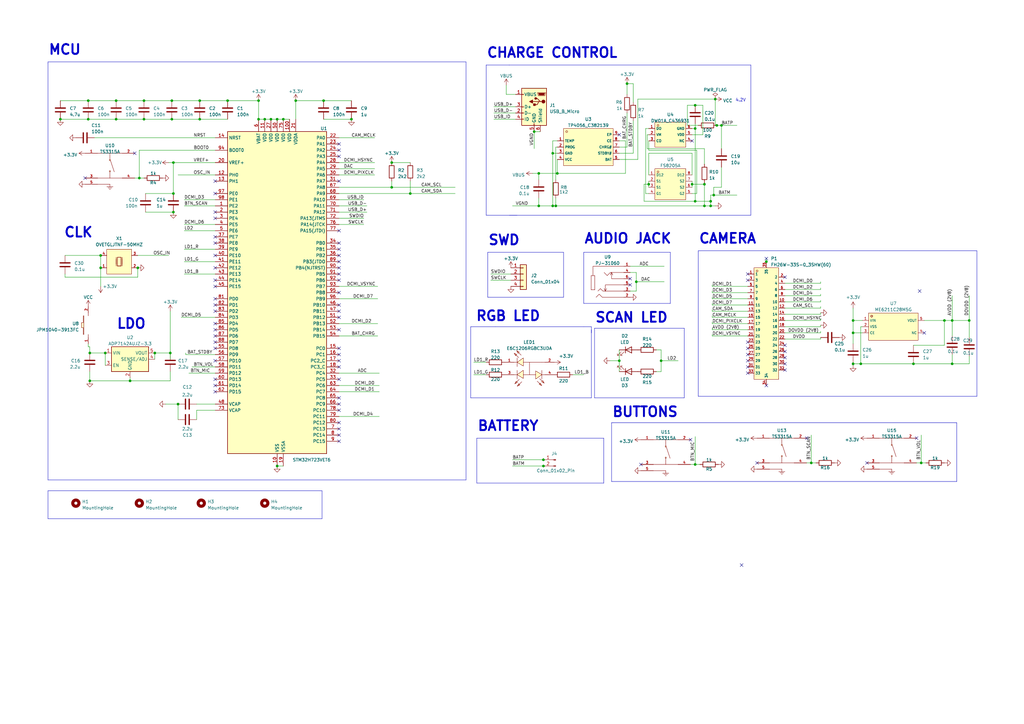
<source format=kicad_sch>
(kicad_sch (version 20230121) (generator eeschema)
  (paper "A3")
  (title_block (title "Reader Pen") (comment 1 "Test"))
  (lib_symbols
    (symbol "Connector:Conn_01x02_Pin" (pin_names (offset 1.016) hide)
      (property "Reference" "J" (at 0 2.54 0))
      (property "Value" "Conn_01x02_Pin" (at 0 -5.08 0))
      (symbol "Conn_01x02_Pin_1_1"
        (pin passive line (at 5.08 0 180) (length 3.81) (name "Pin_1") (number "1"))
        (pin passive line (at 5.08 -2.54 180) (length 3.81) (name "Pin_2") (number "2"))
      )
    )
    (symbol "Connector:USB_B_Micro" (pin_names (offset 1.016))
      (property "Reference" "J" (at -5.08 11.43 0))
      (property "Value" "USB_B_Micro" (at -5.08 8.89 0))
      (symbol "USB_B_Micro_1_1"
        (pin power_out line (at 7.62 5.08 180) (length 2.54) (name "VBUS") (number "1"))
        (pin bidirectional line (at 7.62 -2.54 180) (length 2.54) (name "D-") (number "2"))
        (pin bidirectional line (at 7.62 0 180) (length 2.54) (name "D+") (number "3"))
        (pin passive line (at 7.62 -5.08 180) (length 2.54) (name "ID") (number "4"))
        (pin power_out line (at 0 -10.16 90) (length 2.54) (name "GND") (number "5"))
        (pin passive line (at -2.54 -10.16 90) (length 2.54) (name "Shield") (number "6"))
      )
    )
    (symbol "Connector_Generic:Conn_01x04" (pin_names (offset 1.016) hide)
      (property "Reference" "J" (at 0 5.08 0))
      (property "Value" "Conn_01x04" (at 0 -7.62 0))
      (symbol "Conn_01x04_1_1"
        (pin passive line (at -5.08 2.54 0) (length 3.81) (name "Pin_1") (number "1"))
        (pin passive line (at -5.08 0 0) (length 3.81) (name "Pin_2") (number "2"))
        (pin passive line (at -5.08 -2.54 0) (length 3.81) (name "Pin_3") (number "3"))
        (pin passive line (at -5.08 -5.08 0) (length 3.81) (name "Pin_4") (number "4"))
      )
    )
    (symbol "DW01A_C436931:DW01A_C436931"
      (property "Reference" "U" (at 0 1.27 0))
      (property "Value" "DW01A_C436931" (at 0 -2.54 0))
      (symbol "DW01A_C436931_0_1"
        (pin unspecified line (at -8.89 2.54 0) (length 2.54) (name "DO") (number "1"))
        (pin unspecified line (at -8.89 0 0) (length 2.54) (name "VM") (number "2"))
        (pin unspecified line (at -8.89 -2.54 0) (length 2.54) (name "CO") (number "3"))
        (pin unspecified line (at 8.89 -2.54 180) (length 2.54) (name "NC") (number "4"))
        (pin unspecified line (at 8.89 0 180) (length 2.54) (name "VDD") (number "5"))
        (pin unspecified line (at 8.89 2.54 180) (length 2.54) (name "GND") (number "6"))
      )
    )
    (symbol "Device:C" (pin_numbers hide) (pin_names (offset 0.254))
      (property "Reference" "C" (at 0.635 2.54 0))
      (property "Value" "C" (at 0.635 -2.54 0))
      (symbol "C_1_1"
        (pin passive line (at 0 3.81 270) (length 2.794) (name "~") (number "1"))
        (pin passive line (at 0 -3.81 90) (length 2.794) (name "~") (number "2"))
      )
    )
    (symbol "Device:LED" (pin_numbers hide) (pin_names (offset 1.016) hide)
      (property "Reference" "D" (at 0 2.54 0))
      (property "Value" "LED" (at 0 -2.54 0))
      (symbol "LED_1_1"
        (pin passive line (at -3.81 0 0) (length 2.54) (name "K") (number "1"))
        (pin passive line (at 3.81 0 180) (length 2.54) (name "A") (number "2"))
      )
    )
    (symbol "Device:R" (pin_numbers hide) (pin_names (offset 0))
      (property "Reference" "R" (at 2.032 0 90))
      (property "Value" "R" (at 0 0 90))
      (symbol "R_1_1"
        (pin passive line (at 0 3.81 270) (length 1.27) (name "~") (number "1"))
        (pin passive line (at 0 -3.81 90) (length 1.27) (name "~") (number "2"))
      )
    )
    (symbol "E6C1206RGBC3UDA:E6C1206RGBC3UDA" (pin_names hide)
      (property "Reference" "LED" (at 0 1.27 0))
      (property "Value" "E6C1206RGBC3UDA" (at 0 -2.54 0))
      (symbol "E6C1206RGBC3UDA_0_1"
        (pin unspecified line (at -10.16 2.54 0) (length 3.81) (name "-") (number "1"))
        (pin unspecified line (at 10.16 2.54 180) (length 3.81) (name "+") (number "2"))
        (pin unspecified line (at -10.16 -2.54 0) (length 3.81) (name "-") (number "3"))
        (pin unspecified line (at 10.16 -2.54 180) (length 3.81) (name "-") (number "4"))
      )
    )
    (symbol "FH26W-33S-0_3SHW(60):FH26W-33S-0_3SHW(60)"
      (property "Reference" "P" (at 0 1.27 0))
      (property "Value" "FH26W-33S-0_3SHW(60)" (at 0 -2.54 0))
      (symbol "FH26W-33S-0_3SHW(60)_0_1"
        (pin unspecified line (at -7.62 21.59 0) (length 2.54) (name "1") (number "1"))
        (pin unspecified line (at 7.62 10.16 180) (length 2.54) (name "10") (number "10"))
        (pin unspecified line (at -7.62 8.89 0) (length 2.54) (name "11") (number "11"))
        (pin unspecified line (at 7.62 7.62 180) (length 2.54) (name "12") (number "12"))
        (pin unspecified line (at -7.62 6.35 0) (length 2.54) (name "13") (number "13"))
        (pin unspecified line (at 7.62 5.08 180) (length 2.54) (name "14") (number "14"))
        (pin unspecified line (at -7.62 3.81 0) (length 2.54) (name "15") (number "15"))
        (pin unspecified line (at 7.62 2.54 180) (length 2.54) (name "16") (number "16"))
        (pin unspecified line (at -7.62 1.27 0) (length 2.54) (name "17") (number "17"))
        (pin unspecified line (at 7.62 0 180) (length 2.54) (name "18") (number "18"))
        (pin unspecified line (at -7.62 -1.27 0) (length 2.54) (name "19") (number "19"))
        (pin unspecified line (at 7.62 20.32 180) (length 2.54) (name "2") (number "2"))
        (pin unspecified line (at 7.62 -2.54 180) (length 2.54) (name "20") (number "20"))
        (pin unspecified line (at -7.62 -3.81 0) (length 2.54) (name "21") (number "21"))
        (pin unspecified line (at 7.62 -5.08 180) (length 2.54) (name "22") (number "22"))
        (pin unspecified line (at -7.62 -6.35 0) (length 2.54) (name "23") (number "23"))
        (pin unspecified line (at 7.62 -7.62 180) (length 2.54) (name "24") (number "24"))
        (pin unspecified line (at -7.62 -8.89 0) (length 2.54) (name "25") (number "25"))
        (pin unspecified line (at 7.62 -10.16 180) (length 2.54) (name "26") (number "26"))
        (pin unspecified line (at -7.62 -11.43 0) (length 2.54) (name "27") (number "27"))
        (pin unspecified line (at 7.62 -12.7 180) (length 2.54) (name "28") (number "28"))
        (pin unspecified line (at -7.62 -13.97 0) (length 2.54) (name "29") (number "29"))
        (pin unspecified line (at -7.62 19.05 0) (length 2.54) (name "3") (number "3"))
        (pin unspecified line (at 7.62 -15.24 180) (length 2.54) (name "30") (number "30"))
        (pin unspecified line (at -7.62 -16.51 0) (length 2.54) (name "31") (number "31"))
        (pin unspecified line (at 7.62 -17.78 180) (length 2.54) (name "32") (number "32"))
        (pin unspecified line (at -7.62 -19.05 0) (length 2.54) (name "33") (number "33"))
        (pin unspecified line (at 0 -24.13 90) (length 2.54) (name "34") (number "34"))
        (pin unspecified line (at 0 26.6701 270) (length 2.54) (name "35") (number "35"))
        (pin unspecified line (at 7.62 17.78 180) (length 2.54) (name "4") (number "4"))
        (pin unspecified line (at -7.62 16.51 0) (length 2.54) (name "5") (number "5"))
        (pin unspecified line (at 7.62 15.24 180) (length 2.54) (name "6") (number "6"))
        (pin unspecified line (at -7.62 13.97 0) (length 2.54) (name "7") (number "7"))
        (pin unspecified line (at 7.62 12.7 180) (length 2.54) (name "8") (number "8"))
        (pin unspecified line (at -7.62 11.43 0) (length 2.54) (name "9") (number "9"))
      )
    )
    (symbol "FS8205A:FS8205A"
      (property "Reference" "U" (at 0 1.27 0))
      (property "Value" "FS8205A" (at 0 -2.54 0))
      (symbol "FS8205A_0_1"
        (pin unspecified line (at -8.89 3.81 0) (length 2.54) (name "D12") (number "1"))
        (pin unspecified line (at -8.89 1.27 0) (length 2.54) (name "S1") (number "2"))
        (pin unspecified line (at -8.89 -1.27 0) (length 2.54) (name "S1") (number "3"))
        (pin unspecified line (at -8.89 -3.81 0) (length 2.54) (name "G1") (number "4"))
        (pin unspecified line (at 8.89 -3.81 180) (length 2.54) (name "G2") (number "5"))
        (pin unspecified line (at 8.89 -1.27 180) (length 2.54) (name "S2") (number "6"))
        (pin unspecified line (at 8.89 1.27 180) (length 2.54) (name "S2") (number "7"))
        (pin unspecified line (at 8.89 3.81 180) (length 2.54) (name "D12") (number "8"))
      )
    )
    (symbol "JPM1040-3913FC:JPM1040-3913FC" (pin_names hide)
      (property "Reference" "U" (at 0 1.27 0))
      (property "Value" "JPM1040-3913FC" (at 0 -2.54 0))
      (symbol "JPM1040-3913FC_0_1"
        (pin input line (at -7.62 0 0) (length 2.54) (name "1") (number "1"))
        (pin input line (at 7.62 0 180) (length 2.54) (name "2") (number "2"))
      )
    )
    (symbol "MCU_ST_STM32H7:STM32H723VETx"
      (property "Reference" "U" (at -20.32 67.31 0))
      (property "Value" "STM32H723VETx" (at 10.16 67.31 0))
      (symbol "STM32H723VETx_1_1"
        (pin bidirectional line (at -25.4 35.56 0) (length 5.08) (name "PE2") (number "1"))
        (pin power_in line (at 0 -71.12 90) (length 5.08) (name "VSS") (number "10"))
        (pin power_in line (at 5.08 71.12 270) (length 5.08) (name "VDD") (number "100"))
        (pin power_in line (at -5.08 71.12 270) (length 5.08) (name "VDD") (number "11"))
        (pin bidirectional line (at -25.4 48.26 0) (length 5.08) (name "PH0") (number "12"))
        (pin bidirectional line (at -25.4 45.72 0) (length 5.08) (name "PH1") (number "13"))
        (pin input line (at -25.4 63.5 0) (length 5.08) (name "NRST") (number "14"))
        (pin bidirectional line (at 25.4 -22.86 180) (length 5.08) (name "PC0") (number "15"))
        (pin bidirectional line (at 25.4 -25.4 180) (length 5.08) (name "PC1") (number "16"))
        (pin bidirectional line (at 25.4 -27.94 180) (length 5.08) (name "PC2_C") (number "17"))
        (pin bidirectional line (at 25.4 -30.48 180) (length 5.08) (name "PC3_C") (number "18"))
        (pin power_in line (at 2.54 -71.12 90) (length 5.08) (name "VSSA") (number "19"))
        (pin bidirectional line (at -25.4 33.02 0) (length 5.08) (name "PE3") (number "2"))
        (pin input line (at -25.4 53.34 0) (length 5.08) (name "VREF+") (number "20"))
        (pin power_in line (at 7.62 71.12 270) (length 5.08) (name "VDDA") (number "21"))
        (pin bidirectional line (at 25.4 63.5 180) (length 5.08) (name "PA0") (number "22"))
        (pin bidirectional line (at 25.4 60.96 180) (length 5.08) (name "PA1") (number "23"))
        (pin bidirectional line (at 25.4 58.42 180) (length 5.08) (name "PA2") (number "24"))
        (pin bidirectional line (at 25.4 55.88 180) (length 5.08) (name "PA3") (number "25"))
        (pin passive line (at 0 -71.12 90) (length 5.08) hide (name "VSS") (number "26"))
        (pin power_in line (at -2.54 71.12 270) (length 5.08) (name "VDD") (number "27"))
        (pin bidirectional line (at 25.4 53.34 180) (length 5.08) (name "PA4") (number "28"))
        (pin bidirectional line (at 25.4 50.8 180) (length 5.08) (name "PA5") (number "29"))
        (pin bidirectional line (at -25.4 30.48 0) (length 5.08) (name "PE4") (number "3"))
        (pin bidirectional line (at 25.4 48.26 180) (length 5.08) (name "PA6") (number "30"))
        (pin bidirectional line (at 25.4 45.72 180) (length 5.08) (name "PA7") (number "31"))
        (pin bidirectional line (at 25.4 -33.02 180) (length 5.08) (name "PC4") (number "32"))
        (pin bidirectional line (at 25.4 -35.56 180) (length 5.08) (name "PC5") (number "33"))
        (pin bidirectional line (at 25.4 20.32 180) (length 5.08) (name "PB0") (number "34"))
        (pin bidirectional line (at 25.4 17.78 180) (length 5.08) (name "PB1") (number "35"))
        (pin bidirectional line (at 25.4 15.24 180) (length 5.08) (name "PB2") (number "36"))
        (pin bidirectional line (at -25.4 22.86 0) (length 5.08) (name "PE7") (number "37"))
        (pin bidirectional line (at -25.4 20.32 0) (length 5.08) (name "PE8") (number "38"))
        (pin bidirectional line (at -25.4 17.78 0) (length 5.08) (name "PE9") (number "39"))
        (pin bidirectional line (at -25.4 27.94 0) (length 5.08) (name "PE5") (number "4"))
        (pin bidirectional line (at -25.4 15.24 0) (length 5.08) (name "PE10") (number "40"))
        (pin bidirectional line (at -25.4 12.7 0) (length 5.08) (name "PE11") (number "41"))
        (pin bidirectional line (at -25.4 10.16 0) (length 5.08) (name "PE12") (number "42"))
        (pin bidirectional line (at -25.4 7.62 0) (length 5.08) (name "PE13") (number "43"))
        (pin bidirectional line (at -25.4 5.08 0) (length 5.08) (name "PE14") (number "44"))
        (pin bidirectional line (at -25.4 2.54 0) (length 5.08) (name "PE15") (number "45"))
        (pin bidirectional line (at 25.4 -5.08 180) (length 5.08) (name "PB10") (number "46"))
        (pin bidirectional line (at 25.4 -7.62 180) (length 5.08) (name "PB11") (number "47"))
        (pin power_out line (at -25.4 -45.72 0) (length 5.08) (name "VCAP") (number "48"))
        (pin passive line (at 0 -71.12 90) (length 5.08) hide (name "VSS") (number "49"))
        (pin bidirectional line (at -25.4 25.4 0) (length 5.08) (name "PE6") (number "5"))
        (pin power_in line (at 0 71.12 270) (length 5.08) (name "VDD") (number "50"))
        (pin bidirectional line (at 25.4 -10.16 180) (length 5.08) (name "PB12") (number "51"))
        (pin bidirectional line (at 25.4 -12.7 180) (length 5.08) (name "PB13") (number "52"))
        (pin bidirectional line (at 25.4 -15.24 180) (length 5.08) (name "PB14") (number "53"))
        (pin bidirectional line (at 25.4 -17.78 180) (length 5.08) (name "PB15") (number "54"))
        (pin bidirectional line (at -25.4 -22.86 0) (length 5.08) (name "PD8") (number "55"))
        (pin bidirectional line (at -25.4 -25.4 0) (length 5.08) (name "PD9") (number "56"))
        (pin bidirectional line (at -25.4 -27.94 0) (length 5.08) (name "PD10") (number "57"))
        (pin bidirectional line (at -25.4 -30.48 0) (length 5.08) (name "PD11") (number "58"))
        (pin bidirectional line (at -25.4 -33.02 0) (length 5.08) (name "PD12") (number "59"))
        (pin power_in line (at -7.62 71.12 270) (length 5.08) (name "VBAT") (number "6"))
        (pin bidirectional line (at -25.4 -35.56 0) (length 5.08) (name "PD13") (number "60"))
        (pin bidirectional line (at -25.4 -38.1 0) (length 5.08) (name "PD14") (number "61"))
        (pin bidirectional line (at -25.4 -40.64 0) (length 5.08) (name "PD15") (number "62"))
        (pin bidirectional line (at 25.4 -38.1 180) (length 5.08) (name "PC6") (number "63"))
        (pin bidirectional line (at 25.4 -40.64 180) (length 5.08) (name "PC7") (number "64"))
        (pin bidirectional line (at 25.4 -43.18 180) (length 5.08) (name "PC8") (number "65"))
        (pin bidirectional line (at 25.4 -45.72 180) (length 5.08) (name "PC9") (number "66"))
        (pin bidirectional line (at 25.4 43.18 180) (length 5.08) (name "PA8") (number "67"))
        (pin bidirectional line (at 25.4 40.64 180) (length 5.08) (name "PA9") (number "68"))
        (pin bidirectional line (at 25.4 38.1 180) (length 5.08) (name "PA10") (number "69"))
        (pin bidirectional line (at 25.4 -55.88 180) (length 5.08) (name "PC13") (number "7"))
        (pin bidirectional line (at 25.4 35.56 180) (length 5.08) (name "PA11") (number "70"))
        (pin bidirectional line (at 25.4 33.02 180) (length 5.08) (name "PA12") (number "71"))
        (pin bidirectional line (at 25.4 30.48 180) (length 5.08) (name "PA13(JTMS") (number "72"))
        (pin power_out line (at -25.4 -48.26 0) (length 5.08) (name "VCAP") (number "73"))
        (pin passive line (at 0 -71.12 90) (length 5.08) hide (name "VSS") (number "74"))
        (pin power_in line (at 2.54 71.12 270) (length 5.08) (name "VDD") (number "75"))
        (pin bidirectional line (at 25.4 27.94 180) (length 5.08) (name "PA14(JTCK") (number "76"))
        (pin bidirectional line (at 25.4 25.4 180) (length 5.08) (name "PA15(JTDI)") (number "77"))
        (pin bidirectional line (at 25.4 -48.26 180) (length 5.08) (name "PC10") (number "78"))
        (pin bidirectional line (at 25.4 -50.8 180) (length 5.08) (name "PC11") (number "79"))
        (pin bidirectional line (at 25.4 -58.42 180) (length 5.08) (name "PC14") (number "8"))
        (pin bidirectional line (at 25.4 -53.34 180) (length 5.08) (name "PC12") (number "80"))
        (pin bidirectional line (at -25.4 -2.54 0) (length 5.08) (name "PD0") (number "81"))
        (pin bidirectional line (at -25.4 -5.08 0) (length 5.08) (name "PD1") (number "82"))
        (pin bidirectional line (at -25.4 -7.62 0) (length 5.08) (name "PD2") (number "83"))
        (pin bidirectional line (at -25.4 -10.16 0) (length 5.08) (name "PD3") (number "84"))
        (pin bidirectional line (at -25.4 -12.7 0) (length 5.08) (name "PD4") (number "85"))
        (pin bidirectional line (at -25.4 -15.24 0) (length 5.08) (name "PD5") (number "86"))
        (pin bidirectional line (at -25.4 -17.78 0) (length 5.08) (name "PD6") (number "87"))
        (pin bidirectional line (at -25.4 -20.32 0) (length 5.08) (name "PD7") (number "88"))
        (pin bidirectional line (at 25.4 12.7 180) (length 5.08) (name "PB3(JTDO") (number "89"))
        (pin bidirectional line (at 25.4 -60.96 180) (length 5.08) (name "PC15") (number "9"))
        (pin bidirectional line (at 25.4 10.16 180) (length 5.08) (name "PB4(NJTRST)") (number "90"))
        (pin bidirectional line (at 25.4 7.62 180) (length 5.08) (name "PB5") (number "91"))
        (pin bidirectional line (at 25.4 5.08 180) (length 5.08) (name "PB6") (number "92"))
        (pin bidirectional line (at 25.4 2.54 180) (length 5.08) (name "PB7") (number "93"))
        (pin input line (at -25.4 58.42 0) (length 5.08) (name "BOOT0") (number "94"))
        (pin bidirectional line (at 25.4 0 180) (length 5.08) (name "PB8") (number "95"))
        (pin bidirectional line (at 25.4 -2.54 180) (length 5.08) (name "PB9") (number "96"))
        (pin bidirectional line (at -25.4 40.64 0) (length 5.08) (name "PE0") (number "97"))
        (pin bidirectional line (at -25.4 38.1 0) (length 5.08) (name "PE1") (number "98"))
        (pin passive line (at 0 -71.12 90) (length 5.08) hide (name "VSS") (number "99"))
      )
    )
    (symbol "ME6211C28M5G:ME6211C28M5G"
      (property "Reference" "U" (at 0 1.27 0))
      (property "Value" "ME6211C28M5G" (at 0 -2.54 0))
      (symbol "ME6211C28M5G_0_1"
        (pin unspecified line (at -12.7 2.54 0) (length 2.54) (name "VIN") (number "1"))
        (pin unspecified line (at -12.7 0 0) (length 2.54) (name "VSS") (number "2"))
        (pin unspecified line (at -12.7 -2.54 0) (length 2.54) (name "CE") (number "3"))
        (pin unspecified line (at 12.7 -2.54 180) (length 2.54) (name "NC") (number "4"))
        (pin unspecified line (at 12.7 2.54 180) (length 2.54) (name "VOUT") (number "5"))
      )
    )
    (symbol "Mechanical:MountingHole" (pin_names (offset 1.016))
      (property "Reference" "H" (at 0 5.08 0))
      (property "Value" "MountingHole" (at 0 3.175 0))
    )
    (symbol "OVETGLJTNF-50MHZ:OVETGLJTNF-50MHZ" (pin_names hide)
      (property "Reference" "X" (at 0 1.27 0))
      (property "Value" "OVETGLJTNF-50MHZ" (at 0 -2.54 0))
      (symbol "OVETGLJTNF-50MHZ_0_1"
        (pin unspecified line (at -7.62 -2.54 0) (length 2.54) (name "tri") (number "1"))
        (pin unspecified line (at 7.62 -2.54 180) (length 2.54) (name "GND") (number "2"))
        (pin unspecified line (at 7.62 2.54 180) (length 2.54) (name "OUT") (number "3"))
        (pin unspecified line (at -7.62 2.54 0) (length 2.54) (name "VCC") (number "4"))
      )
    )
    (symbol "PJ-31060:PJ-31060" (pin_names hide)
      (property "Reference" "U" (at 0 1.27 0))
      (property "Value" "PJ-31060" (at 0 -2.54 0))
      (symbol "PJ-31060_0_1"
        (pin unspecified line (at 2.54 7.62 180) (length 2.54) (name "1") (number "1"))
        (pin unspecified line (at 2.54 -5.08 180) (length 2.54) (name "2") (number "2"))
        (pin unspecified line (at 2.54 -2.54 180) (length 2.54) (name "3") (number "3"))
        (pin unspecified line (at 2.54 5.08 180) (length 2.54) (name "4") (number "4"))
        (pin unspecified line (at 2.54 0 180) (length 2.54) (name "5") (number "5"))
        (pin unspecified line (at 2.54 2.54 180) (length 2.54) (name "6") (number "6"))
      )
    )
    (symbol "Regulator_Linear:ADP7142AUJZ-3.3"
      (property "Reference" "U" (at 0 8.89 0))
      (property "Value" "ADP7142AUJZ-3.3" (at 0 6.35 0))
      (symbol "ADP7142AUJZ-3.3_1_1"
        (pin power_in line (at -10.16 2.54 0) (length 2.54) (name "VIN") (number "1"))
        (pin power_in line (at 0 -7.62 90) (length 2.54) (name "GND") (number "2"))
        (pin input line (at -10.16 -2.54 0) (length 2.54) (name "EN") (number "3"))
        (pin input line (at 10.16 0 180) (length 2.54) (name "SENSE/ADJ") (number "4"))
        (pin power_out line (at 10.16 2.54 180) (length 2.54) (name "VOUT") (number "5"))
      )
    )
    (symbol "TP4056_C382139:TP4056_C382139"
      (property "Reference" "U" (at 0 1.27 0))
      (property "Value" "TP4056_C382139" (at 0 -2.54 0))
      (symbol "TP4056_C382139_0_1"
        (pin unspecified line (at -12.7 2.54 0) (length 2.54) (name "TEMP") (number "1"))
        (pin unspecified line (at -12.7 0 0) (length 2.54) (name "PROG") (number "2"))
        (pin unspecified line (at -12.7 -2.54 0) (length 2.54) (name "GND") (number "3"))
        (pin unspecified line (at -12.7 -5.08 0) (length 2.54) (name "VCC") (number "4"))
        (pin unspecified line (at 12.7 -5.08 180) (length 2.54) (name "BAT") (number "5"))
        (pin unspecified line (at 12.7 -2.54 180) (length 2.54) (name "STDBY#") (number "6"))
        (pin unspecified line (at 12.7 0 180) (length 2.54) (name "CHRG#") (number "7"))
        (pin unspecified line (at 12.7 2.54 180) (length 2.54) (name "CE") (number "8"))
        (pin unspecified line (at 12.7 5.08 180) (length 2.54) (name "EP") (number "9"))
      )
    )
    (symbol "TS3315A:TS3315A" (pin_names hide)
      (property "Reference" "U" (at 0 1.27 0))
      (property "Value" "TS3315A" (at 0 -2.54 0))
      (symbol "TS3315A_0_1"
        (pin unspecified line (at -10.16 7.62 0) (length 5.08) (name "A") (number "1"))
        (pin unspecified line (at 10.16 7.62 180) (length 5.08) (name "B") (number "2"))
        (pin unspecified line (at -10.16 -2.54 0) (length 5.08) (name "C") (number "3"))
        (pin unspecified line (at 10.16 -2.54 180) (length 5.08) (name "D") (number "4"))
        (pin unspecified line (at -10.16 -5.08 0) (length 5.08) (name "GND") (number "5"))
      )
    )
    (symbol "power:+3.3V" (power) (pin_names (offset 0))
      (property "Value" "+3.3V" (at 0 3.556 0))
      (symbol "+3.3V_1_1"
        (pin power_in line (at 0 0 90) (length 0) hide (name "+3.3V") (number "1"))
      )
    )
    (symbol "power:GND" (power) (pin_names (offset 0))
      (property "Value" "GND" (at 0 -3.81 0))
      (symbol "GND_1_1"
        (pin power_in line (at 0 0 270) (length 0) hide (name "GND") (number "1"))
      )
    )
    (symbol "power:PWR_FLAG" (power) (pin_numbers hide) (pin_names (offset 0) hide)
      (property "Value" "PWR_FLAG" (at 0 3.81 0))
      (symbol "PWR_FLAG_0_0"
        (pin power_out line (at 0 0 90) (length 0) (name "pwr") (number "1"))
      )
    )
    (symbol "power:VBUS" (power) (pin_names (offset 0))
      (property "Value" "VBUS" (at 0 3.81 0))
      (symbol "VBUS_1_1"
        (pin power_in line (at 0 0 90) (length 0) hide (name "VBUS") (number "1"))
      )
    )
    (symbol "power:VCC" (power) (pin_names (offset 0))
      (property "Value" "VCC" (at 0 3.81 0))
      (symbol "VCC_1_1"
        (pin power_in line (at 0 0 90) (length 0) hide (name "VCC") (number "1"))
      )
    )
  )
  (junction (at 160.655 66.675))
  (junction (at 132.715 41.275))
  (junction (at 285.115 52.705))
  (junction (at 53.34 156.21))
  (junction (at 116.205 48.895))
  (junction (at 228.6 71.12))
  (junction (at 70.485 41.275))
  (junction (at 121.285 41.275))
  (junction (at 71.12 66.675))
  (junction (at 59.055 48.895))
  (junction (at 390.525 149.225))
  (junction (at 219.075 53.975))
  (junction (at 257.175 34.29))
  (junction (at 93.345 41.275))
  (junction (at 227.965 84.455))
  (junction (at 160.655 76.835))
  (junction (at 374.65 149.225))
  (junction (at 314.325 107.3149))
  (junction (at 291.465 82.55))
  (junction (at 24.765 48.895))
  (junction (at 349.885 149.225))
  (junction (at 260.985 115.57))
  (junction (at 285.115 43.18))
  (junction (at 294.005 51.435))
  (junction (at 271.145 147.955))
  (junction (at 293.37 40.64))
  (junction (at 349.885 136.525))
  (junction (at 266.065 75.565))
  (junction (at 390.525 131.445))
  (junction (at 81.915 41.275))
  (junction (at 349.885 131.445))
  (junction (at 387.35 131.445))
  (junction (at 71.12 79.375))
  (junction (at 288.925 75.565))
  (junction (at 332.74 189.865))
  (junction (at 288.925 84.455))
  (junction (at 295.91 51.435))
  (junction (at 47.625 41.275))
  (junction (at 36.195 41.275))
  (junction (at 36.83 144.78))
  (junction (at 291.465 84.455))
  (junction (at 113.665 191.135))
  (junction (at 59.055 41.275))
  (junction (at 111.125 48.895))
  (junction (at 292.735 80.01))
  (junction (at 353.06 149.225))
  (junction (at 144.145 48.895))
  (junction (at 377.825 189.865))
  (junction (at 36.195 48.895))
  (junction (at 113.665 48.895))
  (junction (at 36.83 156.21))
  (junction (at 254 147.955))
  (junction (at 283.845 75.565))
  (junction (at 226.695 62.865))
  (junction (at 108.585 48.895))
  (junction (at 56.515 109.855))
  (junction (at 73.025 165.735))
  (junction (at 47.625 48.895))
  (junction (at 41.275 104.775))
  (junction (at 69.85 144.78))
  (junction (at 226.695 84.455))
  (junction (at 70.485 48.895))
  (junction (at 220.98 71.12))
  (junction (at 397.51 131.445))
  (junction (at 220.98 84.455))
  (junction (at 41.275 109.855))
  (junction (at 222.885 191.135))
  (junction (at 43.18 144.78))
  (junction (at 168.275 79.375))
  (junction (at 57.15 73.025))
  (junction (at 285.115 190.5))
  (junction (at 81.915 48.895))
  (junction (at 71.12 86.995))
  (junction (at 106.045 48.895))
  (junction (at 63.5 144.78))
  (junction (at 106.045 41.275))
  (junction (at 285.115 82.55))
  (junction (at 222.885 188.595))
  (no_connect (at 306.705 112.395))
  (no_connect (at 139.065 112.395))
  (no_connect (at 306.705 140.335))
  (no_connect (at 88.265 127.635))
  (no_connect (at 88.265 79.375))
  (no_connect (at 139.065 145.415))
  (no_connect (at 330.835 179.705))
  (no_connect (at 321.945 151.765))
  (no_connect (at 88.265 109.855))
  (no_connect (at 139.065 165.735))
  (no_connect (at 139.065 155.575))
  (no_connect (at 355.6 189.865))
  (no_connect (at 139.065 135.255))
  (no_connect (at 377.19 119.38))
  (no_connect (at 139.065 180.975))
  (no_connect (at 139.065 175.895))
  (no_connect (at 304.165 231.775))
  (no_connect (at 139.065 142.875))
  (no_connect (at 139.065 127.635))
  (no_connect (at 310.515 189.865))
  (no_connect (at 88.265 137.795))
  (no_connect (at 321.945 144.145))
  (no_connect (at 306.705 150.495))
  (no_connect (at 321.945 141.605))
  (no_connect (at 88.265 147.955))
  (no_connect (at 321.945 146.685))
  (no_connect (at 258.445 114.3))
  (no_connect (at 88.265 132.715))
  (no_connect (at 88.265 117.475))
  (no_connect (at 283.21 180.34))
  (no_connect (at 55.245 62.865))
  (no_connect (at 283.845 57.785))
  (no_connect (at 314.325 106.045))
  (no_connect (at 375.92 179.705))
  (no_connect (at 379.095 136.525))
  (no_connect (at 139.065 168.275))
  (no_connect (at 139.065 64.135))
  (no_connect (at 139.065 94.615))
  (no_connect (at 88.265 114.935))
  (no_connect (at 139.065 99.695))
  (no_connect (at 139.065 107.315))
  (no_connect (at 139.065 147.955))
  (no_connect (at 306.705 153.035))
  (no_connect (at 88.265 125.095))
  (no_connect (at 88.265 104.775))
  (no_connect (at 88.265 89.535))
  (no_connect (at 88.265 140.335))
  (no_connect (at 139.065 150.495))
  (no_connect (at 321.945 113.665))
  (no_connect (at 88.265 122.555))
  (no_connect (at 139.065 74.295))
  (no_connect (at 314.325 158.115))
  (no_connect (at 254 55.245))
  (no_connect (at 88.265 99.695))
  (no_connect (at 139.065 59.055))
  (no_connect (at 88.265 160.655))
  (no_connect (at 139.065 163.195))
  (no_connect (at 139.065 109.855))
  (no_connect (at 34.925 73.025))
  (no_connect (at 306.705 114.935))
  (no_connect (at 258.445 116.84))
  (no_connect (at 139.065 125.095))
  (no_connect (at 88.265 74.295))
  (no_connect (at 88.265 158.115))
  (no_connect (at 139.065 173.355))
  (no_connect (at 139.065 104.775))
  (no_connect (at 88.265 135.255))
  (no_connect (at 262.89 190.5))
  (no_connect (at 306.705 147.955))
  (no_connect (at 139.065 61.595))
  (no_connect (at 139.065 114.935))
  (no_connect (at 139.065 102.235))
  (no_connect (at 88.265 86.995))
  (no_connect (at 321.945 149.225))
  (no_connect (at 306.705 142.875))
  (no_connect (at 139.065 178.435))
  (no_connect (at 88.265 155.575))
  (no_connect (at 139.065 120.015))
  (no_connect (at 88.265 97.155))
  (no_connect (at 139.065 130.175))
  (no_connect (at 88.265 142.875))
  (no_connect (at 306.705 145.415))
  (wire (pts (xy 264.795 79.375) (xy 264.795 52.705)))
  (wire (pts (xy 36.195 142.24) (xy 36.83 142.24)))
  (wire (pts (xy 321.945 121.285) (xy 336.55 121.285)))
  (wire (pts (xy 139.065 76.835) (xy 160.655 76.835)))
  (wire (pts (xy 292.1 121.92) (xy 292.1 122.555)))
  (wire (pts (xy 59.055 41.275) (xy 70.485 41.275)))
  (wire (pts (xy 222.885 187.96) (xy 222.885 188.595)))
  (wire (pts (xy 160.655 74.295) (xy 160.655 76.835)))
  (polyline (pts (xy 400.685 102.87) (xy 286.385 102.87)))
  (wire (pts (xy 283.21 190.5) (xy 285.115 190.5)))
  (polyline (pts (xy 251.46 173.355) (xy 392.43 173.355)))
  (wire (pts (xy 47.625 48.895) (xy 59.055 48.895)))
  (wire (pts (xy 292.1 132.08) (xy 292.1 132.715)))
  (wire (pts (xy 201.295 114.935) (xy 209.55 114.935)))
  (wire (pts (xy 314.325 106.045) (xy 314.325 107.3149)))
  (wire (pts (xy 379.095 131.445) (xy 387.35 131.445)))
  (wire (pts (xy 306.705 127.635) (xy 292.1 127.635)))
  (wire (pts (xy 285.115 82.55) (xy 291.465 82.55)))
  (wire (pts (xy 139.065 66.675) (xy 153.67 66.675)))
  (wire (pts (xy 261.62 65.405) (xy 261.62 40.64)))
  (wire (pts (xy 69.85 156.21) (xy 69.85 152.4)))
  (polyline (pts (xy 239.395 104.14) (xy 239.395 124.46)))
  (wire (pts (xy 254 147.955) (xy 254 152.4)))
  (wire (pts (xy 353.06 133.985) (xy 353.06 149.225)))
  (wire (pts (xy 106.045 48.895) (xy 108.585 48.895)))
  (polyline (pts (xy 239.395 133.985) (xy 242.57 133.985)))
  (polyline (pts (xy 193.04 163.195) (xy 242.57 163.195)))
  (wire (pts (xy 139.065 86.995) (xy 150.495 86.995)))
  (wire (pts (xy 292.1 116.84) (xy 292.1 117.475)))
  (wire (pts (xy 266.065 75.565) (xy 264.16 75.565)))
  (wire (pts (xy 139.065 71.755) (xy 153.67 71.755)))
  (wire (pts (xy 57.15 73.025) (xy 59.055 73.025)))
  (wire (pts (xy 295.91 76.835) (xy 292.735 76.835)))
  (wire (pts (xy 53.34 156.21) (xy 36.83 156.21)))
  (wire (pts (xy 38.735 56.515) (xy 88.265 56.515)))
  (polyline (pts (xy 200.025 104.14) (xy 200.025 121.92)))
  (wire (pts (xy 69.85 127.635) (xy 69.85 144.78)))
  (wire (pts (xy 254 62.865) (xy 259.715 62.865)))
  (wire (pts (xy 295.91 51.435) (xy 295.91 60.96)))
  (wire (pts (xy 377.825 189.865) (xy 379.73 189.865)))
  (wire (pts (xy 59.69 79.375) (xy 71.12 79.375)))
  (wire (pts (xy 269.24 152.4) (xy 271.145 152.4)))
  (wire (pts (xy 349.885 140.97) (xy 349.885 136.525)))
  (wire (pts (xy 257.175 46.355) (xy 257.175 60.325)))
  (wire (pts (xy 266.065 62.865) (xy 283.845 62.865)))
  (wire (pts (xy 387.35 141.605) (xy 374.65 141.605)))
  (wire (pts (xy 75.565 92.075) (xy 88.265 92.075)))
  (wire (pts (xy 78.74 150.495) (xy 88.265 150.495)))
  (wire (pts (xy 132.715 48.895) (xy 144.145 48.895)))
  (wire (pts (xy 168.275 74.295) (xy 168.275 79.375)))
  (wire (pts (xy 390.525 121.285) (xy 390.525 131.445)))
  (wire (pts (xy 321.945 139.065) (xy 336.55 139.065)))
  (wire (pts (xy 321.945 131.445) (xy 336.55 131.445)))
  (polyline (pts (xy 286.385 162.56) (xy 400.685 162.56)))
  (polyline (pts (xy 286.385 103.505) (xy 286.385 162.56)))
  (wire (pts (xy 349.885 126.365) (xy 349.885 131.445)))
  (wire (pts (xy 160.655 76.835) (xy 186.69 76.835)))
  (wire (pts (xy 349.885 136.525) (xy 349.885 131.445)))
  (wire (pts (xy 336.55 130.81) (xy 336.55 131.445)))
  (polyline (pts (xy 208.915 26.67) (xy 199.39 26.67)))
  (wire (pts (xy 271.145 147.955) (xy 278.13 147.955)))
  (wire (pts (xy 56.515 104.775) (xy 69.215 104.775)))
  (wire (pts (xy 139.065 84.455) (xy 150.495 84.455)))
  (wire (pts (xy 254 65.405) (xy 261.62 65.405)))
  (wire (pts (xy 295.91 51.435) (xy 302.26 51.435)))
  (wire (pts (xy 349.885 149.225) (xy 353.06 149.225)))
  (wire (pts (xy 336.55 118.11) (xy 336.55 118.745)))
  (wire (pts (xy 285.115 43.18) (xy 281.94 43.18)))
  (wire (pts (xy 306.705 135.255) (xy 292.1 135.255)))
  (wire (pts (xy 57.15 61.595) (xy 88.265 61.595)))
  (wire (pts (xy 139.065 117.475) (xy 154.94 117.475)))
  (wire (pts (xy 292.1 134.62) (xy 292.1 135.255)))
  (wire (pts (xy 24.765 41.275) (xy 36.195 41.275)))
  (wire (pts (xy 292.735 76.835) (xy 292.735 80.01)))
  (polyline (pts (xy 19.685 25.4) (xy 19.685 26.035)))
  (wire (pts (xy 281.94 43.18) (xy 281.94 51.435)))
  (wire (pts (xy 257.175 34.29) (xy 257.175 38.735)))
  (wire (pts (xy 113.665 191.135) (xy 116.205 191.135)))
  (wire (pts (xy 285.75 79.375) (xy 283.845 79.375)))
  (wire (pts (xy 306.705 137.795) (xy 292.1 137.795)))
  (wire (pts (xy 168.275 79.375) (xy 186.69 79.375)))
  (polyline (pts (xy 19.685 201.295) (xy 19.685 212.725)))
  (wire (pts (xy 260.985 115.57) (xy 260.985 119.38)))
  (wire (pts (xy 75.565 102.235) (xy 88.265 102.235)))
  (polyline (pts (xy 195.58 179.705) (xy 195.58 198.12)))
  (wire (pts (xy 228.6 65.405) (xy 228.6 71.12)))
  (wire (pts (xy 306.705 122.555) (xy 292.1 122.555)))
  (wire (pts (xy 260.985 111.76) (xy 260.985 115.57)))
  (wire (pts (xy 291.465 84.455) (xy 293.37 84.455)))
  (wire (pts (xy 111.125 48.895) (xy 113.665 48.895)))
  (wire (pts (xy 139.065 81.915) (xy 149.225 81.915)))
  (wire (pts (xy 227.965 60.325) (xy 228.6 60.325)))
  (wire (pts (xy 121.285 41.275) (xy 121.285 48.895)))
  (wire (pts (xy 353.695 136.525) (xy 349.885 136.525)))
  (wire (pts (xy 139.065 170.815) (xy 155.575 170.815)))
  (wire (pts (xy 219.075 53.975) (xy 219.075 60.96)))
  (wire (pts (xy 139.065 92.075) (xy 149.225 92.075)))
  (wire (pts (xy 69.85 144.78) (xy 69.85 147.32)))
  (wire (pts (xy 264.795 52.705) (xy 266.065 52.705)))
  (wire (pts (xy 258.445 109.22) (xy 272.415 109.22)))
  (wire (pts (xy 59.055 48.895) (xy 70.485 48.895)))
  (wire (pts (xy 264.16 75.565) (xy 264.16 82.55)))
  (wire (pts (xy 288.925 60.96) (xy 288.925 67.31)))
  (polyline (pts (xy 242.57 163.195) (xy 242.57 135.255)))
  (wire (pts (xy 330.835 189.865) (xy 332.74 189.865)))
  (wire (pts (xy 218.44 71.12) (xy 220.98 71.12)))
  (wire (pts (xy 291.465 82.55) (xy 291.465 84.455)))
  (wire (pts (xy 266.065 55.245) (xy 265.43 55.245)))
  (wire (pts (xy 226.695 62.865) (xy 228.6 62.865)))
  (wire (pts (xy 220.98 84.455) (xy 226.695 84.455)))
  (wire (pts (xy 250.19 147.955) (xy 254 147.955)))
  (wire (pts (xy 220.98 71.12) (xy 220.98 73.66)))
  (polyline (pts (xy 19.685 201.295) (xy 132.08 201.295)))
  (polyline (pts (xy 250.825 173.355) (xy 250.825 197.485)))
  (wire (pts (xy 387.35 131.445) (xy 390.525 131.445)))
  (wire (pts (xy 285.115 190.5) (xy 287.02 190.5)))
  (wire (pts (xy 53.34 154.94) (xy 53.34 156.21)))
  (wire (pts (xy 292.1 129.54) (xy 292.1 130.175)))
  (polyline (pts (xy 247.65 198.12) (xy 247.65 179.705)))
  (wire (pts (xy 207.645 34.925) (xy 207.645 38.735)))
  (wire (pts (xy 288.925 75.565) (xy 283.845 75.565)))
  (polyline (pts (xy 199.39 88.265) (xy 212.09 88.265)))
  (wire (pts (xy 74.295 130.175) (xy 88.265 130.175)))
  (wire (pts (xy 194.31 153.67) (xy 199.39 153.67)))
  (wire (pts (xy 288.925 84.455) (xy 291.465 84.455)))
  (wire (pts (xy 226.695 84.455) (xy 227.965 84.455)))
  (wire (pts (xy 226.695 62.865) (xy 226.695 84.455)))
  (wire (pts (xy 254 147.955) (xy 254 143.51)))
  (polyline (pts (xy 243.84 134.62) (xy 280.67 134.62)))
  (wire (pts (xy 256.54 57.785) (xy 254 57.785)))
  (wire (pts (xy 81.915 41.275) (xy 93.345 41.275)))
  (wire (pts (xy 271.145 147.955) (xy 271.145 152.4)))
  (wire (pts (xy 36.195 140.97) (xy 36.195 142.24)))
  (polyline (pts (xy 193.04 133.985) (xy 193.04 163.195)))
  (polyline (pts (xy 191.135 196.85) (xy 191.135 25.4)))
  (wire (pts (xy 288.29 55.245) (xy 288.29 43.18)))
  (wire (pts (xy 285.115 52.705) (xy 285.115 50.8)))
  (wire (pts (xy 121.285 41.275) (xy 132.715 41.275)))
  (wire (pts (xy 306.705 130.175) (xy 292.1 130.175)))
  (wire (pts (xy 41.275 104.775) (xy 41.275 109.855)))
  (wire (pts (xy 139.065 132.715) (xy 154.94 132.715)))
  (polyline (pts (xy 400.685 162.56) (xy 400.685 102.87)))
  (polyline (pts (xy 250.825 173.355) (xy 251.46 173.355)))
  (polyline (pts (xy 199.39 26.67) (xy 199.39 88.265)))
  (wire (pts (xy 80.645 168.275) (xy 80.645 172.085)))
  (wire (pts (xy 67.945 165.735) (xy 73.025 165.735)))
  (wire (pts (xy 36.83 144.78) (xy 36.83 142.24)))
  (wire (pts (xy 271.145 147.955) (xy 271.145 143.51)))
  (wire (pts (xy 36.83 156.21) (xy 36.83 152.4)))
  (wire (pts (xy 202.565 46.355) (xy 211.455 46.355)))
  (wire (pts (xy 292.1 124.46) (xy 292.1 125.095)))
  (wire (pts (xy 321.945 126.365) (xy 336.55 126.365)))
  (polyline (pts (xy 274.955 124.46) (xy 274.955 103.505)))
  (wire (pts (xy 353.06 149.225) (xy 374.65 149.225)))
  (polyline (pts (xy 307.975 26.67) (xy 208.915 26.67)))
  (wire (pts (xy 266.065 75.565) (xy 266.065 76.835)))
  (wire (pts (xy 336.55 125.73) (xy 336.55 126.365)))
  (wire (pts (xy 336.55 138.43) (xy 336.55 139.065)))
  (wire (pts (xy 139.065 69.215) (xy 153.67 69.215)))
  (wire (pts (xy 139.065 153.035) (xy 155.575 153.035)))
  (wire (pts (xy 314.325 107.3149) (xy 314.325 107.315)))
  (wire (pts (xy 336.55 135.89) (xy 336.55 136.525)))
  (wire (pts (xy 36.195 41.275) (xy 47.625 41.275)))
  (wire (pts (xy 390.525 149.225) (xy 374.65 149.225)))
  (wire (pts (xy 264.16 82.55) (xy 285.115 82.55)))
  (wire (pts (xy 353.695 133.985) (xy 353.06 133.985)))
  (wire (pts (xy 259.715 34.29) (xy 259.715 41.91)))
  (wire (pts (xy 293.37 40.64) (xy 293.37 51.435)))
  (wire (pts (xy 336.55 133.35) (xy 336.55 133.985)))
  (polyline (pts (xy 307.975 88.265) (xy 307.975 26.67)))
  (wire (pts (xy 59.69 86.995) (xy 71.12 86.995)))
  (wire (pts (xy 47.625 41.275) (xy 59.055 41.275)))
  (wire (pts (xy 36.195 48.895) (xy 47.625 48.895)))
  (polyline (pts (xy 195.58 198.12) (xy 247.65 198.12)))
  (wire (pts (xy 53.34 156.21) (xy 69.85 156.21)))
  (wire (pts (xy 73.025 71.755) (xy 88.265 71.755)))
  (wire (pts (xy 194.31 148.59) (xy 199.39 148.59)))
  (wire (pts (xy 321.945 116.205) (xy 336.55 116.205)))
  (wire (pts (xy 210.185 191.135) (xy 222.885 191.135)))
  (wire (pts (xy 256.54 71.12) (xy 256.54 57.785)))
  (wire (pts (xy 292.1 119.38) (xy 292.1 120.015)))
  (wire (pts (xy 139.065 122.555) (xy 154.94 122.555)))
  (wire (pts (xy 63.5 144.78) (xy 63.5 147.32)))
  (wire (pts (xy 336.55 128.27) (xy 336.55 128.905)))
  (polyline (pts (xy 200.025 103.505) (xy 200.025 104.14)))
  (wire (pts (xy 26.67 104.775) (xy 41.275 104.775)))
  (wire (pts (xy 321.945 136.525) (xy 336.55 136.525)))
  (wire (pts (xy 227.965 84.455) (xy 288.925 84.455)))
  (wire (pts (xy 63.5 144.78) (xy 69.85 144.78)))
  (wire (pts (xy 321.945 123.825) (xy 336.55 123.825)))
  (wire (pts (xy 55.245 73.025) (xy 57.15 73.025)))
  (polyline (pts (xy 239.395 124.46) (xy 274.955 124.46)))
  (wire (pts (xy 75.565 112.395) (xy 88.265 112.395)))
  (wire (pts (xy 36.83 144.78) (xy 43.18 144.78)))
  (wire (pts (xy 139.065 158.115) (xy 155.575 158.115)))
  (wire (pts (xy 76.2 144.78) (xy 76.2 145.415)))
  (polyline (pts (xy 200.025 121.92) (xy 231.14 121.92)))
  (wire (pts (xy 201.295 112.395) (xy 209.55 112.395)))
  (wire (pts (xy 283.845 62.865) (xy 283.845 71.755)))
  (wire (pts (xy 291.465 82.55) (xy 291.465 80.01)))
  (wire (pts (xy 24.765 48.895) (xy 36.195 48.895)))
  (wire (pts (xy 349.885 131.445) (xy 353.695 131.445)))
  (polyline (pts (xy 239.395 103.505) (xy 274.955 103.505)))
  (wire (pts (xy 226.695 57.785) (xy 226.695 62.865)))
  (wire (pts (xy 210.185 188.595) (xy 222.885 188.595)))
  (wire (pts (xy 397.51 149.225) (xy 390.525 149.225)))
  (wire (pts (xy 266.065 61.595) (xy 285.75 61.595)))
  (wire (pts (xy 57.15 61.595) (xy 57.15 73.025)))
  (polyline (pts (xy 280.67 163.195) (xy 280.67 134.62)))
  (wire (pts (xy 106.045 41.275) (xy 106.045 48.895)))
  (wire (pts (xy 306.705 117.475) (xy 292.1 117.475)))
  (wire (pts (xy 332.74 189.865) (xy 334.645 189.865)))
  (wire (pts (xy 108.585 48.895) (xy 111.125 48.895)))
  (polyline (pts (xy 286.385 102.87) (xy 286.385 103.505)))
  (wire (pts (xy 397.51 146.05) (xy 397.51 149.225)))
  (wire (pts (xy 266.065 79.375) (xy 264.795 79.375)))
  (wire (pts (xy 259.715 49.53) (xy 259.715 62.865)))
  (wire (pts (xy 258.445 111.76) (xy 260.985 111.76)))
  (wire (pts (xy 132.715 41.275) (xy 144.145 41.275)))
  (wire (pts (xy 202.565 43.815) (xy 211.455 43.815)))
  (wire (pts (xy 288.29 43.18) (xy 285.115 43.18)))
  (wire (pts (xy 81.915 48.895) (xy 93.345 48.895)))
  (wire (pts (xy 139.065 89.535) (xy 149.225 89.535)))
  (wire (pts (xy 321.945 133.985) (xy 336.55 133.985)))
  (wire (pts (xy 265.43 60.96) (xy 288.925 60.96)))
  (polyline (pts (xy 243.84 134.62) (xy 243.84 163.195)))
  (wire (pts (xy 73.025 165.735) (xy 73.025 172.085)))
  (wire (pts (xy 210.185 84.455) (xy 220.98 84.455)))
  (wire (pts (xy 80.645 165.735) (xy 88.265 165.735)))
  (polyline (pts (xy 239.395 133.985) (xy 203.2 133.985)))
  (wire (pts (xy 321.945 128.905) (xy 336.55 128.905)))
  (wire (pts (xy 321.945 118.745) (xy 336.55 118.745)))
  (wire (pts (xy 254 60.325) (xy 257.175 60.325)))
  (wire (pts (xy 292.1 127) (xy 292.1 127.635)))
  (wire (pts (xy 375.92 189.865) (xy 377.825 189.865)))
  (wire (pts (xy 261.62 40.64) (xy 293.37 40.64)))
  (wire (pts (xy 283.845 75.565) (xy 283.845 76.835)))
  (wire (pts (xy 88.265 145.415) (xy 76.2 145.415)))
  (wire (pts (xy 285.115 179.07) (xy 285.115 190.5)))
  (polyline (pts (xy 250.825 197.485) (xy 392.43 197.485)))
  (wire (pts (xy 93.345 41.275) (xy 106.045 41.275)))
  (wire (pts (xy 266.065 71.755) (xy 266.065 62.865)))
  (wire (pts (xy 397.51 121.285) (xy 397.51 131.445)))
  (wire (pts (xy 266.065 57.785) (xy 266.065 61.595)))
  (wire (pts (xy 71.12 66.675) (xy 71.12 79.375)))
  (wire (pts (xy 397.51 131.445) (xy 397.51 138.43)))
  (polyline (pts (xy 19.685 25.4) (xy 191.135 25.4)))
  (wire (pts (xy 41.275 109.855) (xy 41.275 117.475)))
  (wire (pts (xy 227.965 60.325) (xy 227.965 73.66)))
  (wire (pts (xy 283.845 74.295) (xy 283.845 75.565)))
  (wire (pts (xy 293.37 51.435) (xy 294.005 51.435)))
  (wire (pts (xy 336.55 120.65) (xy 336.55 121.285)))
  (wire (pts (xy 285.115 52.705) (xy 285.115 82.55)))
  (wire (pts (xy 336.55 123.19) (xy 336.55 123.825)))
  (wire (pts (xy 265.43 55.245) (xy 265.43 60.96)))
  (polyline (pts (xy 231.14 121.92) (xy 231.14 103.505)))
  (wire (pts (xy 70.485 41.275) (xy 81.915 41.275)))
  (wire (pts (xy 336.55 115.57) (xy 336.55 116.205)))
  (polyline (pts (xy 19.685 26.035) (xy 19.685 196.85)))
  (wire (pts (xy 88.265 168.275) (xy 80.645 168.275)))
  (wire (pts (xy 288.925 75.565) (xy 288.925 84.455)))
  (wire (pts (xy 71.12 66.675) (xy 88.265 66.675)))
  (wire (pts (xy 227.965 81.28) (xy 227.965 84.455)))
  (polyline (pts (xy 208.915 88.265) (xy 307.975 88.265)))
  (wire (pts (xy 292.735 80.01) (xy 302.26 80.01)))
  (wire (pts (xy 139.065 160.655) (xy 155.575 160.655)))
  (wire (pts (xy 26.67 113.665) (xy 56.515 113.665)))
  (wire (pts (xy 266.065 74.295) (xy 266.065 75.565)))
  (wire (pts (xy 56.515 109.855) (xy 56.515 113.665)))
  (wire (pts (xy 387.35 131.445) (xy 387.35 141.605)))
  (wire (pts (xy 116.205 48.895) (xy 118.745 48.895)))
  (wire (pts (xy 234.95 153.67) (xy 239.395 153.67)))
  (wire (pts (xy 70.485 48.895) (xy 81.915 48.895)))
  (wire (pts (xy 75.565 94.615) (xy 88.265 94.615)))
  (wire (pts (xy 222.885 191.135) (xy 223.52 191.135)))
  (wire (pts (xy 202.565 48.895) (xy 211.455 48.895)))
  (wire (pts (xy 294.005 51.435) (xy 295.91 51.435)))
  (wire (pts (xy 306.705 125.095) (xy 292.1 125.095)))
  (wire (pts (xy 228.6 71.12) (xy 256.54 71.12)))
  (wire (pts (xy 306.705 132.715) (xy 292.1 132.715)))
  (wire (pts (xy 207.645 38.735) (xy 211.455 38.735)))
  (wire (pts (xy 306.705 120.015) (xy 292.1 120.015)))
  (wire (pts (xy 26.67 113.665) (xy 26.67 112.395)))
  (wire (pts (xy 139.065 79.375) (xy 168.275 79.375)))
  (polyline (pts (xy 132.08 212.725) (xy 132.08 201.295)))
  (wire (pts (xy 219.075 53.975) (xy 221.615 53.975)))
  (polyline (pts (xy 19.685 212.725) (xy 132.08 212.725)))
  (wire (pts (xy 43.18 144.78) (xy 43.18 149.86)))
  (wire (pts (xy 139.065 137.795) (xy 154.94 137.795)))
  (wire (pts (xy 259.715 34.29) (xy 257.175 34.29)))
  (wire (pts (xy 349.885 149.86) (xy 349.885 149.225)))
  (wire (pts (xy 160.655 66.675) (xy 168.275 66.675)))
  (wire (pts (xy 69.215 66.675) (xy 71.12 66.675)))
  (polyline (pts (xy 392.43 197.485) (xy 392.43 173.355)))
  (wire (pts (xy 283.845 52.705) (xy 285.115 52.705)))
  (polyline (pts (xy 193.04 133.985) (xy 203.2 133.985)))
  (polyline (pts (xy 242.57 133.985) (xy 242.57 136.525)))
  (wire (pts (xy 269.24 143.51) (xy 271.145 143.51)))
  (wire (pts (xy 220.98 81.28) (xy 220.98 84.455)))
  (wire (pts (xy 390.525 145.415) (xy 390.525 149.225)))
  (wire (pts (xy 139.065 56.515) (xy 153.67 56.515)))
  (wire (pts (xy 77.47 153.035) (xy 88.265 153.035)))
  (wire (pts (xy 281.94 51.435) (xy 286.385 51.435)))
  (wire (pts (xy 260.985 119.38) (xy 258.445 119.38)))
  (wire (pts (xy 228.6 57.785) (xy 226.695 57.785)))
  (polyline (pts (xy 195.58 179.705) (xy 247.65 179.705)))
  (wire (pts (xy 288.925 74.93) (xy 288.925 75.565)))
  (wire (pts (xy 390.525 131.445) (xy 397.51 131.445)))
  (wire (pts (xy 291.465 80.01) (xy 292.735 80.01)))
  (wire (pts (xy 113.665 48.895) (xy 116.205 48.895)))
  (wire (pts (xy 75.565 107.315) (xy 88.265 107.315)))
  (wire (pts (xy 349.885 149.225) (xy 349.885 148.59)))
  (wire (pts (xy 283.845 55.245) (xy 288.29 55.245)))
  (wire (pts (xy 220.98 71.12) (xy 228.6 71.12)))
  (polyline (pts (xy 19.685 196.85) (xy 191.135 196.85)))
  (wire (pts (xy 377.825 178.435) (xy 377.825 189.865)))
  (wire (pts (xy 285.75 61.595) (xy 285.75 79.375)))
  (polyline (pts (xy 239.395 103.505) (xy 239.395 104.14)))
  (wire (pts (xy 295.91 68.58) (xy 295.91 76.835)))
  (wire (pts (xy 260.985 115.57) (xy 272.415 115.57)))
  (wire (pts (xy 75.565 81.915) (xy 88.265 81.915)))
  (wire (pts (xy 75.565 84.455) (xy 88.265 84.455)))
  (wire (pts (xy 390.525 131.445) (xy 390.525 137.795)))
  (polyline (pts (xy 200.025 103.505) (xy 231.14 103.505)))
  (polyline (pts (xy 243.84 163.195) (xy 280.67 163.195)))
  (wire (pts (xy 332.74 178.435) (xy 332.74 189.865)))
  (wire (pts (xy 292.1 137.16) (xy 292.1 137.795)))
  (text "CAMERA" (at 286.385 100.33 0) (effects (font (size 4 4) bold) (justify left bottom)))
  (text "SCAN LED" (at 243.84 132.715 0) (effects (font (size 4 4) bold) (justify left bottom)))
  (text "AUDIO JACK" (at 239.395 100.33 0) (effects (font (size 4 4) bold) (justify left bottom)))
  (text "LDO" (at 47.625 135.255 0) (effects (font (size 4 4) bold) (justify left bottom)))
  (text "BUTTONS" (at 250.825 171.45 0) (effects (font (size 4 4) bold) (justify left bottom)))
  (text "CHARGE CONTROL" (at 199.39 24.13 0) (effects (font (size 4 4) bold) (justify left bottom)))
  (text "RGB LED" (at 194.945 132.08 0) (effects (font (size 4 4) bold) (justify left bottom)))
  (text "4.2V\n" (at 301.625 41.91 0) (effects (font (size 1.27 1.27)) (justify left bottom)))
  (text "CLK" (at 26.035 97.79 0) (effects (font (size 4 4) bold) (justify left bottom)))
  (text "SWD" (at 200.025 100.965 0) (effects (font (size 4 4) bold) (justify left bottom)))
  (text "BATTERY" (at 195.58 177.165 0) (effects (font (size 4 4) bold) (justify left bottom)))
  (text "MCU" (at 19.685 22.86 0) (effects (font (size 4 4) bold) (justify left bottom)))
  (label "BATP" (at 295.91 51.435 0))
  (label "CAM_SCL" (at 172.72 76.835 0))
  (label "DCMI_PIXCLK" (at 140.97 71.755 0))
  (label "DCMI_D2" (at 325.12 118.745 0))
  (label "SWCLK" (at 201.295 114.935 0))
  (label "ADC" (at 262.255 109.22 0))
  (label "VREF+" (at 79.375 66.675 0))
  (label "DCMI_D4" (at 144.78 170.815 0))
  (label "LD2" (at 273.685 147.955 0))
  (label "SWCLK" (at 149.225 92.075 180))
  (label "SWDIO" (at 201.295 112.395 0))
  (label "BTN_MIC" (at 78.105 153.035 0))
  (label "USB_ID" (at 202.565 48.895 0))
  (label "DCMI_D5" (at 74.295 130.175 0))
  (label "USB_D+" (at 202.565 43.815 0))
  (label "USB_D-" (at 150.495 84.455 180))
  (label "DCMI_VSYNC" (at 292.1 137.795 0))
  (label "BTN_SCAN" (at 75.565 84.455 0))
  (label "CAM_SDA" (at 292.1 127.635 0))
  (label "DAC" (at 262.89 115.57 0))
  (label "CAM_MCLK" (at 292.1 130.175 0))
  (label "BTN_VOL" (at 377.825 188.595 90))
  (label "DOVDD (2V8)" (at 323.215 136.525 0))
  (label "VGND" (at 211.455 84.455 0))
  (label "CAM_SDA" (at 172.72 79.375 0))
  (label "BTN_VOL" (at 79.375 150.495 0))
  (label "DCMI_D4" (at 325.12 121.285 0))
  (label "LD1_R" (at 194.31 148.59 0))
  (label "DCMI_HSYNC" (at 325.12 131.445 0))
  (label "USB_ID" (at 149.225 81.915 180))
  (label "OSC_IN" (at 62.865 104.775 0))
  (label "ADC" (at 146.685 153.035 0))
  (label "LD1_B" (at 75.565 112.395 0))
  (label "OSC_IN" (at 79.375 71.755 0))
  (label "BTN_MIC" (at 285.115 189.23 90))
  (label "DVDD" (at 325.12 139.065 0))
  (label "DCMI_D3" (at 292.1 120.015 0))
  (label "BAT_STDBY" (at 259.715 60.325 90))
  (label "DCMI_D3" (at 75.565 81.915 0))
  (label "LD1_B" (at 235.585 153.67 0))
  (label "DCMI_D6" (at 75.565 92.075 0))
  (label "DOVDD (2V8)" (at 397.51 129.54 90))
  (label "DCMI_D0" (at 325.12 116.205 0))
  (label "LD1_G" (at 75.565 107.315 0))
  (label "BATM" (at 294.64 80.01 0))
  (label "DCMI_D6" (at 325.12 123.825 0))
  (label "LD1_R" (at 75.565 102.235 0))
  (label "AVDD (2V8)" (at 390.525 129.54 90))
  (label "DCMI_D7" (at 292.1 125.095 0))
  (label "USB_D+" (at 150.495 86.995 180))
  (label "CAM_MCLK" (at 144.145 56.515 0))
  (label "NRST" (at 79.375 56.515 0))
  (label "DCMI_D5" (at 292.1 122.555 0))
  (label "DCMI_D1" (at 145.415 160.655 0))
  (label "LD2" (at 75.565 94.615 0))
  (label "DCMI_PIXCLK" (at 292.1 132.715 0))
  (label "CAM_SCL" (at 325.12 126.365 0))
  (label "DCMI_D7" (at 144.78 122.555 0))
  (label "DCMI_D1" (at 292.1 117.475 0))
  (label "BAT_STDBY" (at 76.835 145.415 0))
  (label "DCMI_HSYNC" (at 140.97 66.675 0))
  (label "AVDD (2V8)" (at 292.1 135.255 0))
  (label "DCMI_D2" (at 144.145 132.715 0))
  (label "BAT_CHRG" (at 257.175 57.15 90))
  (label "DCMI_D0" (at 145.415 158.115 0))
  (label "DAC" (at 140.97 69.215 0))
  (label "BOOT0" (at 79.375 61.595 0))
  (label "USB_D-" (at 202.565 46.355 0))
  (label "SWDIO" (at 149.225 89.535 180))
  (label "BAT_CHRG" (at 144.145 137.795 0))
  (label "LD1_G" (at 194.31 153.67 0))
  (label "BATM" (at 210.185 191.135 0))
  (label "BTN_SCAN" (at 332.74 188.595 90))
  (label "VGND" (at 219.075 59.69 90))
  (label "DCMI_VSYNC" (at 142.24 117.475 0))
  (label "BATP" (at 210.185 188.595 0))
  (symbol (lib_id "Mechanical:MountingHole") (at 31.115 206.375 0) (unit 1)
    (property "Reference" "H1" (at 33.655 205.74 0) (effects (justify left)))
    (property "Value" "MountingHole" (at 33.655 208.28 0) (effects (justify left)))
    (property "Footprint" "MountingHole:MountingHole_2.2mm_M2" (effects hide))
  )
  (symbol (lib_id "Device:C") (at 374.65 145.415 0) (unit 1)
    (property "Reference" "C27" (at 378.46 144.145 0) (effects (justify left)))
    (property "Value" "1u" (at 378.46 146.685 0) (effects (justify left)))
    (property "Footprint" "Capacitor_SMD:C_0402_1005Metric" (effects hide))
  )
  (symbol (lib_id "Device:C") (at 26.67 108.585 0) (unit 1)
    (property "Reference" "C30" (at 30.48 107.95 0) (effects (justify left)))
    (property "Value" "0.1u" (at 30.48 110.49 0) (effects (justify left)))
    (property "Footprint" "Capacitor_SMD:C_0402_1005Metric" (effects hide))
  )
  (symbol (lib_id "Device:C") (at 76.835 165.735 90) (unit 1)
    (property "Reference" "C12" (at 76.835 158.75 90))
    (property "Value" "2.2u" (at 76.835 161.925 90))
    (property "Footprint" "Capacitor_SMD:C_0402_1005Metric" (effects hide))
  )
  (symbol (lib_id "power:GND") (at 113.665 191.135 0) (unit 1)
    (property "Reference" "#PWR01" (effects hide))
    (property "Value" "GND" (effects hide))
  )
  (symbol (lib_id "Device:C") (at 24.765 45.085 0) (unit 1)
    (property "Reference" "C7" (at 28.575 44.45 0) (effects (justify left)))
    (property "Value" "4.7u" (at 28.575 46.99 0) (effects (justify left)))
    (property "Footprint" "Capacitor_SMD:C_0402_1005Metric" (effects hide))
  )
  (symbol (lib_id "Device:C") (at 34.925 56.515 270) (unit 1)
    (property "Reference" "C11" (at 37.465 51.435 90) (effects (justify left)))
    (property "Value" "100n" (at 37.465 53.975 90) (effects (justify left)))
    (property "Footprint" "Capacitor_SMD:C_0402_1005Metric" (effects hide))
  )
  (symbol (lib_id "power:PWR_FLAG") (at 293.37 40.64 0) (unit 1)
    (property "Reference" "#FLG01" (effects hide))
    (property "Value" "PWR_FLAG" (at 293.37 36.83 0))
  )
  (symbol (lib_id "power:GND") (at 349.885 149.86 0) (unit 1)
    (property "Reference" "#PWR044" (effects hide))
    (property "Value" "GND" (effects hide))
  )
  (symbol (lib_id "PJ-31060:PJ-31060") (at 255.905 116.84 0) (unit 1)
    (property "Reference" "U9" (at 249.174 105.41 0))
    (property "Value" "PJ-31060" (at 249.174 107.95 0))
    (property "Footprint" "footprint:AUDIO-SMD_HOOYA_PJ-31060" (effects hide))
    (property "Datasheet" "https://atta.szlcsc.com/upload/public/pdf/source/20220120/28597744D2A1AEC113896F6458E6CC61.pdf" (effects hide))
    (property "LCSC" "C2939583" (effects hide))
  )
  (symbol (lib_id "Device:R") (at 259.715 45.72 0) (unit 1)
    (property "Reference" "R7" (at 261.62 45.085 0) (effects (justify left)))
    (property "Value" "1k" (at 261.62 47.625 0) (effects (justify left)))
    (property "Footprint" "Resistor_SMD:R_0402_1005Metric" (effects hide))
  )
  (symbol (lib_id "power:+3.3V") (at 69.85 127.635 0) (unit 1)
    (property "Reference" "#PWR019" (effects hide))
    (property "Value" "+3.3V" (at 69.85 123.825 0))
  )
  (symbol (lib_id "power:GND") (at 31.115 56.515 270) (unit 1)
    (property "Reference" "#PWR08" (effects hide))
    (property "Value" "GND" (effects hide))
  )
  (symbol (lib_id "TS3315A:TS3315A") (at 273.05 187.96 0) (unit 1)
    (property "Reference" "U11" (at 273.05 177.165 0))
    (property "Value" "TS3315A" (at 273.05 179.705 0))
    (property "Footprint" "footprint:SW-SMD_4P-L3.4-W3.4-P2.00-LS4.0_TS3315A160GF" (effects hide))
    (property "Datasheet" "https://item.szlcsc.com/580412.html?ref=editor&logined=true" (effects hide))
    (property "LCSC" "C412367" (effects hide))
  )
  (symbol (lib_id "Device:LED") (at 257.81 143.51 0) (unit 1)
    (property "Reference" "D2" (at 256.2225 137.795 0))
    (property "Value" "LED" (at 256.2225 140.335 0))
    (property "Footprint" "LED_SMD:LED_0805_2012Metric" (effects hide))
  )
  (symbol (lib_id "TS3315A:TS3315A") (at 320.675 187.325 0) (unit 1)
    (property "Reference" "U13" (at 320.675 176.53 0))
    (property "Value" "TS3315A" (at 320.675 179.07 0))
    (property "Footprint" "footprint:SW-SMD_4P-L3.4-W3.4-P2.00-LS4.0_TS3315A160GF" (effects hide))
    (property "Datasheet" "https://item.szlcsc.com/580412.html?ref=editor&logined=true" (effects hide))
    (property "LCSC" "C412367" (effects hide))
  )
  (symbol (lib_id "power:VCC") (at 36.195 125.73 0) (unit 1)
    (property "Reference" "#PWR010" (effects hide))
    (property "Value" "VCC" (at 36.195 121.92 0))
  )
  (symbol (lib_id "E6C1206RGBC3UDA:E6C1206RGBC3UDA") (at 217.17 151.13 0) (unit 1)
    (property "Reference" "LED1" (at 217.1065 140.335 0))
    (property "Value" "E6C1206RGBC3UDA" (at 217.1065 142.875 0))
    (property "Footprint" "footprint:LED-SMD_4P-L3.0-W1.5-TL-FD" (effects hide))
    (property "Datasheet" "https://item.szlcsc.com/347871.html" (effects hide))
    (property "LCSC" "C375571" (effects hide))
  )
  (symbol (lib_id "Device:C") (at 397.51 142.24 0) (mirror x) (unit 1)
    (property "Reference" "C29" (at 394.97 139.7 0) (effects (justify left)))
    (property "Value" "0.1u" (at 394.97 144.78 0) (effects (justify left)))
    (property "Footprint" "Capacitor_SMD:C_0402_1005Metric" (effects hide))
  )
  (symbol (lib_id "Device:C") (at 93.345 45.085 0) (unit 1)
    (property "Reference" "C1" (at 97.155 44.45 0) (effects (justify left)))
    (property "Value" "100n" (at 97.155 46.99 0) (effects (justify left)))
    (property "Footprint" "Capacitor_SMD:C_0402_1005Metric" (effects hide))
  )
  (symbol (lib_id "Device:C") (at 71.12 83.185 0) (unit 1)
    (property "Reference" "C14" (at 64.135 81.915 0) (effects (justify left)))
    (property "Value" "1u" (at 64.135 84.455 0) (effects (justify left)))
    (property "Footprint" "Capacitor_SMD:C_0402_1005Metric" (effects hide))
  )
  (symbol (lib_id "Device:C") (at 59.055 45.085 0) (unit 1)
    (property "Reference" "C4" (at 62.865 44.45 0) (effects (justify left)))
    (property "Value" "100n" (at 62.865 46.99 0) (effects (justify left)))
    (property "Footprint" "Capacitor_SMD:C_0402_1005Metric" (effects hide))
  )
  (symbol (lib_id "power:+3.3V") (at 121.285 41.275 0) (unit 1)
    (property "Reference" "#PWR013" (effects hide))
    (property "Value" "+3.3V" (at 121.285 37.465 0))
  )
  (symbol (lib_id "power:+3.3V") (at 349.885 126.365 0) (unit 1)
    (property "Reference" "#PWR043" (effects hide))
    (property "Value" "+3.3V" (at 349.885 121.92 0))
  )
  (symbol (lib_id "TS3315A:TS3315A") (at 45.085 70.485 0) (unit 1)
    (property "Reference" "U10" (at 45.085 59.69 0))
    (property "Value" "TS3315A" (at 45.085 62.23 0))
    (property "Footprint" "footprint:SW-SMD_4P-L3.4-W3.4-P2.00-LS4.0_TS3315A160GF" (effects hide))
    (property "Datasheet" "https://item.szlcsc.com/580412.html?ref=editor&logined=true" (effects hide))
    (property "LCSC" "C412367" (effects hide))
  )
  (symbol (lib_id "power:GND") (at 144.145 48.895 0) (unit 1)
    (property "Reference" "#PWR05" (effects hide))
    (property "Value" "GND" (effects hide))
  )
  (symbol (lib_id "Device:C") (at 69.85 148.59 0) (unit 1)
    (property "Reference" "C17" (at 73.025 147.955 0) (effects (justify left)))
    (property "Value" "2.2u" (at 73.025 150.495 0) (effects (justify left)))
    (property "Footprint" "Capacitor_SMD:C_0402_1005Metric" (effects hide))
  )
  (symbol (lib_id "power:+3.3V") (at 227.33 148.59 270) (unit 1)
    (property "Reference" "#PWR07" (effects hide))
    (property "Value" "+3.3V" (at 229.235 146.05 90) (effects (justify left)))
  )
  (symbol (lib_id "Device:LED") (at 257.81 152.4 0) (mirror x) (unit 1)
    (property "Reference" "D3" (at 256.2225 158.115 0))
    (property "Value" "LED" (at 256.2225 155.575 0))
    (property "Footprint" "LED_SMD:LED_0805_2012Metric" (effects hide))
  )
  (symbol (lib_id "Device:C") (at 220.98 77.47 0) (mirror y) (unit 1)
    (property "Reference" "C18" (at 217.17 76.835 0) (effects (justify left)))
    (property "Value" "0.1u" (at 217.17 79.375 0) (effects (justify left)))
    (property "Footprint" "Capacitor_SMD:C_0402_1005Metric" (effects hide))
  )
  (symbol (lib_id "power:GND") (at 355.6 192.405 270) (unit 1)
    (property "Reference" "#PWR050" (effects hide))
    (property "Value" "GND" (effects hide))
  )
  (symbol (lib_id "Device:C") (at 36.195 45.085 0) (unit 1)
    (property "Reference" "C6" (at 40.005 44.45 0) (effects (justify left)))
    (property "Value" "100n" (at 40.005 46.99 0) (effects (justify left)))
    (property "Footprint" "Capacitor_SMD:C_0402_1005Metric" (effects hide))
  )
  (symbol (lib_id "power:GND") (at 262.89 193.04 270) (unit 1)
    (property "Reference" "#PWR033" (effects hide))
    (property "Value" "GND" (effects hide))
  )
  (symbol (lib_id "Device:C") (at 285.115 46.99 0) (unit 1)
    (property "Reference" "C20" (at 288.925 46.355 0) (effects (justify left)))
    (property "Value" "0.1u" (at 288.925 48.895 0) (effects (justify left)))
    (property "Footprint" "Capacitor_SMD:C_0402_1005Metric" (effects hide))
  )
  (symbol (lib_id "power:+3.3V") (at 160.655 66.675 0) (unit 1)
    (property "Reference" "#PWR022" (effects hide))
    (property "Value" "+3.3V" (at 160.655 62.865 0))
  )
  (symbol (lib_id "FH26W-33S-0_3SHW(60):FH26W-33S-0_3SHW(60)") (at 314.325 133.985 0) (unit 1)
    (property "Reference" "P1" (at 316.1459 106.045 0) (effects (justify left)))
    (property "Value" "FH26W-33S-0_3SHW(60)" (at 316.1459 108.585 0) (effects (justify left)))
    (property "Footprint" "footprint:FPC-SMD_FH26W-33S-0.3SHW-60" (effects hide))
    (property "Datasheet" "https://item.szlcsc.com/418171.html" (effects hide))
    (property "LCSC" "C424654" (effects hide))
  )
  (symbol (lib_id "power:GND") (at 56.515 109.855 90) (unit 1)
    (property "Reference" "#PWR048" (effects hide))
    (property "Value" "GND" (effects hide))
  )
  (symbol (lib_id "power:+3.3V") (at 355.6 179.705 90) (unit 1)
    (property "Reference" "#PWR049" (effects hide))
    (property "Value" "+3.3V" (at 352.425 180.34 90) (effects (justify left)))
  )
  (symbol (lib_id "Device:R") (at 231.14 153.67 270) (mirror x) (unit 1)
    (property "Reference" "R11" (at 231.14 151.13 90))
    (property "Value" "220" (at 231.14 156.21 90))
    (property "Footprint" "Resistor_SMD:R_0402_1005Metric" (effects hide))
  )
  (symbol (lib_id "power:GND") (at 387.35 189.865 90) (unit 1)
    (property "Reference" "#PWR051" (effects hide))
    (property "Value" "GND" (effects hide))
  )
  (symbol (lib_id "TP4056_C382139:TP4056_C382139") (at 241.3 60.325 0) (unit 1)
    (property "Reference" "U3" (at 241.3 48.895 0))
    (property "Value" "TP4056_C382139" (at 241.3 51.435 0))
    (property "Footprint" "footprint:ESOP-8_L4.9-W3.9-P1.27-LS6.0-BL-EP" (effects hide))
    (property "Datasheet" "https://www.mornsun.cn/html/pdf/SCM1501B.html" (effects hide))
    (property "LCSC" "C382139" (effects hide))
  )
  (symbol (lib_id "power:GND") (at 250.19 147.955 270) (unit 1)
    (property "Reference" "#PWR025" (effects hide))
    (property "Value" "GND" (effects hide))
  )
  (symbol (lib_id "power:+3.3V") (at 41.275 117.475 180) (unit 1)
    (property "Reference" "#PWR014" (effects hide))
    (property "Value" "+3.3V" (at 45.085 117.475 0))
  )
  (symbol (lib_id "Regulator_Linear:ADP7142AUJZ-3.3") (at 53.34 147.32 0) (unit 1)
    (property "Reference" "U2" (at 53.34 138.43 0))
    (property "Value" "ADP7142AUJZ-3.3" (at 53.34 140.97 0))
    (property "Footprint" "Package_TO_SOT_SMD:TSOT-23-5" (effects hide))
    (property "Datasheet" "https://www.analog.com/media/en/technical-documentation/data-sheets/ADP7142.pdf" (effects hide))
  )
  (symbol (lib_id "power:+3.3V") (at 310.515 179.705 90) (unit 1)
    (property "Reference" "#PWR045" (effects hide))
    (property "Value" "+3.3V" (at 307.34 180.34 90) (effects (justify left)))
  )
  (symbol (lib_id "Device:C") (at 132.715 45.085 0) (unit 1)
    (property "Reference" "C8" (at 136.525 44.45 0) (effects (justify left)))
    (property "Value" "100n" (at 136.525 46.99 0) (effects (justify left)))
    (property "Footprint" "Capacitor_SMD:C_0402_1005Metric" (effects hide))
  )
  (symbol (lib_id "Device:R") (at 203.2 153.67 90) (unit 1)
    (property "Reference" "R12" (at 203.2 151.765 90))
    (property "Value" "220" (at 203.2 155.575 90))
    (property "Footprint" "Resistor_SMD:R_0402_1005Metric" (effects hide))
  )
  (symbol (lib_id "power:GND") (at 310.515 192.405 270) (unit 1)
    (property "Reference" "#PWR046" (effects hide))
    (property "Value" "GND" (effects hide))
  )
  (symbol (lib_id "power:GND") (at 34.925 75.565 270) (unit 1)
    (property "Reference" "#PWR024" (effects hide))
    (property "Value" "GND" (effects hide))
  )
  (symbol (lib_id "Device:C") (at 349.885 144.78 0) (unit 1)
    (property "Reference" "C26" (at 353.695 143.51 0) (effects (justify left)))
    (property "Value" "1u" (at 353.695 146.05 0) (effects (justify left)))
    (property "Footprint" "Capacitor_SMD:C_0402_1005Metric" (effects hide))
  )
  (symbol (lib_id "power:GND") (at 24.765 48.895 0) (unit 1)
    (property "Reference" "#PWR03" (effects hide))
    (property "Value" "GND" (effects hide))
  )
  (symbol (lib_id "TS3315A:TS3315A") (at 365.76 187.325 0) (unit 1)
    (property "Reference" "U15" (at 365.76 176.53 0))
    (property "Value" "TS3315A" (at 365.76 179.07 0))
    (property "Footprint" "footprint:SW-SMD_4P-L3.4-W3.4-P2.00-LS4.0_TS3315A160GF" (effects hide))
    (property "Datasheet" "https://item.szlcsc.com/580412.html?ref=editor&logined=true" (effects hide))
    (property "LCSC" "C412367" (effects hide))
  )
  (symbol (lib_id "JPM1040-3913FC:JPM1040-3913FC") (at 36.195 133.35 90) (unit 1)
    (property "Reference" "U8" (at 32.385 132.715 90) (effects (justify left)))
    (property "Value" "JPM1040-3913FC" (at 32.385 135.255 90) (effects (justify left)))
    (property "Footprint" "footprint:SW-SMD_SMK_JPM1040-XXXXFC" (effects hide))
    (property "Datasheet" "https://atta.szlcsc.com/upload/public/pdf/source/20211123/EE699C243708679182A75F9FFC46E1F5.pdf" (effects hide))
    (property "LCSC" "C516063" (effects hide))
  )
  (symbol (lib_id "Device:R") (at 265.43 143.51 90) (unit 1)
    (property "Reference" "R14" (at 265.43 139.065 90))
    (property "Value" "220" (at 265.43 141.605 90))
    (property "Footprint" "Resistor_SMD:R_0402_1005Metric" (effects hide))
  )
  (symbol (lib_id "Connector_Generic:Conn_01x04") (at 214.63 112.395 0) (unit 1)
    (property "Reference" "J2" (at 217.805 113.03 0) (effects (justify left)))
    (property "Value" "Conn_01x04" (at 217.805 115.57 0) (effects (justify left)))
    (property "Footprint" "Connector_Wire:SolderWire-0.25sqmm_1x04_P4.2mm_D0.65mm_OD1.7mm" (effects hide))
  )
  (symbol (lib_id "power:GND") (at 342.265 189.865 90) (unit 1)
    (property "Reference" "#PWR047" (effects hide))
    (property "Value" "GND" (effects hide))
  )
  (symbol (lib_id "Device:C") (at 144.145 45.085 0) (unit 1)
    (property "Reference" "C9" (at 147.955 44.45 0) (effects (justify left)))
    (property "Value" "1u" (at 147.955 46.99 0) (effects (justify left)))
    (property "Footprint" "Capacitor_SMD:C_0402_1005Metric" (effects hide))
  )
  (symbol (lib_id "Device:R") (at 265.43 152.4 90) (mirror x) (unit 1)
    (property "Reference" "R15" (at 265.43 156.845 90))
    (property "Value" "220" (at 265.43 154.305 90))
    (property "Footprint" "Resistor_SMD:R_0402_1005Metric" (effects hide))
  )
  (symbol (lib_id "Device:C") (at 36.83 148.59 0) (mirror y) (unit 1)
    (property "Reference" "C16" (at 33.02 147.955 0) (effects (justify left)))
    (property "Value" "2.2u" (at 33.02 150.495 0) (effects (justify left)))
    (property "Footprint" "Capacitor_SMD:C_0402_1005Metric" (effects hide))
  )
  (symbol (lib_id "power:+3.3V") (at 34.925 62.865 90) (unit 1)
    (property "Reference" "#PWR012" (effects hide))
    (property "Value" "+3.3V" (at 31.75 63.5 90) (effects (justify left)))
  )
  (symbol (lib_id "FS8205A:FS8205A") (at 274.955 75.565 0) (unit 1)
    (property "Reference" "U5" (at 274.955 65.405 0))
    (property "Value" "FS8205A" (at 274.955 67.945 0))
    (property "Footprint" "footprint:TSSOP-8_L4.4-W3.0-P0.65-LS6.4-BL-2" (effects hide))
    (property "Datasheet" "https://item.szlcsc.com/109288.html" (effects hide))
    (property "LCSC" "C16052" (effects hide))
  )
  (symbol (lib_id "Device:R") (at 290.83 190.5 90) (unit 1)
    (property "Reference" "R5" (at 290.83 192.405 90))
    (property "Value" "1k" (at 290.83 188.595 90))
    (property "Footprint" "Resistor_SMD:R_0402_1005Metric" (effects hide))
  )
  (symbol (lib_id "Device:R") (at 383.54 189.865 90) (unit 1)
    (property "Reference" "R19" (at 383.54 191.77 90))
    (property "Value" "1k" (at 383.54 187.96 90))
    (property "Footprint" "Resistor_SMD:R_0402_1005Metric" (effects hide))
  )
  (symbol (lib_id "DW01A_C436931:DW01A_C436931") (at 274.955 55.245 0) (unit 1)
    (property "Reference" "U4" (at 274.955 46.99 0))
    (property "Value" "DW01A_C436931" (at 274.955 49.53 0))
    (property "Footprint" "footprint:SOT-23-6_L2.9-W1.6-P0.95-LS2.8-BL" (effects hide))
    (property "Datasheet" "https://item.szlcsc.com/169042.html" (effects hide))
    (property "LCSC" "C436931" (effects hide))
  )
  (symbol (lib_id "Device:C") (at 340.36 138.43 270) (mirror x) (unit 1)
    (property "Reference" "C25" (at 342.265 140.97 90) (effects (justify left)))
    (property "Value" "0.1u" (at 342.265 143.51 90) (effects (justify left)))
    (property "Footprint" "Capacitor_SMD:C_0402_1005Metric" (effects hide))
  )
  (symbol (lib_id "power:GND") (at 36.83 156.21 0) (unit 1)
    (property "Reference" "#PWR018" (effects hide))
    (property "Value" "GND" (effects hide))
  )
  (symbol (lib_id "power:GND") (at 336.55 128.27 90) (unit 1)
    (property "Reference" "#PWR039" (effects hide))
    (property "Value" "GND" (effects hide))
  )
  (symbol (lib_id "power:+3.3V") (at 257.175 34.29 0) (unit 1)
    (property "Reference" "#PWR031" (effects hide))
    (property "Value" "+3.3V" (at 257.175 30.48 0))
  )
  (symbol (lib_id "Device:C") (at 59.69 83.185 0) (unit 1)
    (property "Reference" "C10" (at 52.705 81.915 0) (effects (justify left)))
    (property "Value" "100n" (at 51.435 84.455 0) (effects (justify left)))
    (property "Footprint" "Capacitor_SMD:C_0402_1005Metric" (effects hide))
  )
  (symbol (lib_id "Device:C") (at 81.915 45.085 0) (unit 1)
    (property "Reference" "C2" (at 85.725 44.45 0) (effects (justify left)))
    (property "Value" "100n" (at 85.725 46.99 0) (effects (justify left)))
    (property "Footprint" "Capacitor_SMD:C_0402_1005Metric" (effects hide))
  )
  (symbol (lib_id "power:GND") (at 67.945 165.735 270) (unit 1)
    (property "Reference" "#PWR011" (effects hide))
    (property "Value" "GND" (effects hide))
  )
  (symbol (lib_id "Device:R") (at 160.655 70.485 0) (unit 1)
    (property "Reference" "R2" (at 163.195 69.85 0) (effects (justify left)))
    (property "Value" "2k2" (at 163.195 72.39 0) (effects (justify left)))
    (property "Footprint" "Resistor_SMD:R_0402_1005Metric" (effects hide))
  )
  (symbol (lib_id "power:+3.3V") (at 209.55 109.855 0) (unit 1)
    (property "Reference" "#PWR04" (effects hide))
    (property "Value" "+3.3V" (at 209.55 106.045 0))
  )
  (symbol (lib_id "power:GND") (at 258.445 121.92 90) (unit 1)
    (property "Reference" "#PWR020" (effects hide))
    (property "Value" "GND" (effects hide))
  )
  (symbol (lib_id "power:GND") (at 294.64 190.5 90) (unit 1)
    (property "Reference" "#PWR034" (effects hide))
    (property "Value" "GND" (effects hide))
  )
  (symbol (lib_id "Device:R") (at 227.965 77.47 0) (unit 1)
    (property "Reference" "R8" (at 229.87 76.835 0) (effects (justify left)))
    (property "Value" "1k2" (at 233.045 78.74 0) (effects (justify right)))
    (property "Footprint" "Resistor_SMD:R_0402_1005Metric" (effects hide))
  )
  (symbol (lib_id "Mechanical:MountingHole") (at 108.585 206.375 0) (unit 1)
    (property "Reference" "H4" (at 111.125 205.74 0) (effects (justify left)))
    (property "Value" "MountingHole" (at 111.125 208.28 0) (effects (justify left)))
    (property "Footprint" "MountingHole:MountingHole_2.2mm_M2" (effects hide))
  )
  (symbol (lib_id "power:+3.3V") (at 262.89 180.34 90) (unit 1)
    (property "Reference" "#PWR032" (effects hide))
    (property "Value" "+3.3V" (at 259.715 180.975 90) (effects (justify left)))
  )
  (symbol (lib_id "Device:R") (at 257.175 42.545 0) (mirror y) (unit 1)
    (property "Reference" "R6" (at 255.27 41.91 0) (effects (justify left)))
    (property "Value" "1k" (at 255.27 44.45 0) (effects (justify left)))
    (property "Footprint" "Resistor_SMD:R_0402_1005Metric" (effects hide))
  )
  (symbol (lib_id "power:GND") (at 344.17 138.43 90) (unit 1)
    (property "Reference" "#PWR041" (effects hide))
    (property "Value" "GND" (effects hide))
  )
  (symbol (lib_id "Device:R") (at 288.925 71.12 0) (unit 1)
    (property "Reference" "R10" (at 290.83 70.485 0) (effects (justify left)))
    (property "Value" "1k" (at 290.83 73.025 0) (effects (justify left)))
    (property "Footprint" "Resistor_SMD:R_0402_1005Metric" (effects hide))
  )
  (symbol (lib_id "Mechanical:MountingHole") (at 57.15 206.375 0) (unit 1)
    (property "Reference" "H2" (at 59.69 205.74 0) (effects (justify left)))
    (property "Value" "MountingHole" (at 59.69 208.28 0) (effects (justify left)))
    (property "Footprint" "MountingHole:MountingHole_2.2mm_M2" (effects hide))
  )
  (symbol (lib_id "power:+3.3V") (at 69.215 66.675 90) (unit 1)
    (property "Reference" "#PWR016" (effects hide))
    (property "Value" "+3.3V" (at 63.5 66.675 90))
  )
  (symbol (lib_id "MCU_ST_STM32H7:STM32H723VETx") (at 113.665 120.015 0) (unit 1)
    (property "Reference" "U1" (at 131.445 52.705 0) (effects (justify left)))
    (property "Value" "STM32H723VET6" (at 120.015 188.595 0) (effects (justify left)))
    (property "Footprint" "Package_QFP:LQFP-100_14x14mm_P0.5mm" (effects hide))
    (property "Datasheet" "https://www.st.com/resource/en/datasheet/stm32h723ve.pdf" (effects hide))
  )
  (symbol (lib_id "power:VBUS") (at 218.44 71.12 90) (unit 1)
    (property "Reference" "#PWR026" (effects hide))
    (property "Value" "VBUS" (at 215.265 71.755 90) (effects (justify left)))
  )
  (symbol (lib_id "Device:C") (at 47.625 45.085 0) (unit 1)
    (property "Reference" "C5" (at 51.435 44.45 0) (effects (justify left)))
    (property "Value" "100n" (at 51.435 46.99 0) (effects (justify left)))
    (property "Footprint" "Capacitor_SMD:C_0402_1005Metric" (effects hide))
  )
  (symbol (lib_id "Device:R") (at 338.455 189.865 90) (unit 1)
    (property "Reference" "R16" (at 338.455 191.77 90))
    (property "Value" "1k" (at 338.455 187.96 90))
    (property "Footprint" "Resistor_SMD:R_0402_1005Metric" (effects hide))
  )
  (symbol (lib_id "Mechanical:MountingHole") (at 82.55 206.375 0) (unit 1)
    (property "Reference" "H3" (at 85.09 205.74 0) (effects (justify left)))
    (property "Value" "MountingHole" (at 85.09 208.28 0) (effects (justify left)))
    (property "Footprint" "MountingHole:MountingHole_2.2mm_M2" (effects hide))
  )
  (symbol (lib_id "power:VBUS") (at 207.645 34.925 0) (unit 1)
    (property "Reference" "#PWR015" (effects hide))
    (property "Value" "VBUS" (at 207.645 31.115 0))
  )
  (symbol (lib_id "power:GND") (at 293.37 84.455 90) (unit 1)
    (property "Reference" "#PWR029" (effects hide))
    (property "Value" "GND" (effects hide))
  )
  (symbol (lib_id "Device:R") (at 290.195 51.435 90) (mirror x) (unit 1)
    (property "Reference" "R9" (at 290.195 55.88 90))
    (property "Value" "100" (at 290.195 53.34 90))
    (property "Footprint" "Resistor_SMD:R_0402_1005Metric" (effects hide))
  )
  (symbol (lib_id "Device:C") (at 70.485 45.085 0) (unit 1)
    (property "Reference" "C3" (at 74.295 44.45 0) (effects (justify left)))
    (property "Value" "100n" (at 74.295 46.99 0) (effects (justify left)))
    (property "Footprint" "Capacitor_SMD:C_0402_1005Metric" (effects hide))
  )
  (symbol (lib_id "Device:C") (at 295.91 64.77 0) (unit 1)
    (property "Reference" "C19" (at 299.72 64.135 0) (effects (justify left)))
    (property "Value" "10u" (at 299.72 66.675 0) (effects (justify left)))
    (property "Footprint" "Capacitor_SMD:C_0402_1005Metric" (effects hide))
  )
  (symbol (lib_id "OVETGLJTNF-50MHZ:OVETGLJTNF-50MHZ") (at 48.895 107.315 0) (unit 1)
    (property "Reference" "X1" (at 48.895 97.79 0))
    (property "Value" "OVETGLJTNF-50MHZ" (at 48.895 100.33 0))
    (property "Footprint" "footprint:OSC-SMD_4P-L5.0-W3.2-BL_SG5032" (effects hide))
    (property "Datasheet" "https://item.szlcsc.com/41191.html" (effects hide))
    (property "LCSC" "C117891" (effects hide))
    (property "Frequency" "50MHz" (effects hide))
  )
  (symbol (lib_id "Connector:Conn_01x02_Pin") (at 227.965 188.595 0) (mirror y) (unit 1)
    (property "Reference" "J4" (at 227.33 186.055 0))
    (property "Value" "Conn_01x02_Pin" (at 227.965 193.04 0))
    (property "Footprint" "Connector_Wire:SolderWire-0.25sqmm_1x02_P4.2mm_D0.65mm_OD1.7mm" (effects hide))
  )
  (symbol (lib_id "Connector:USB_B_Micro") (at 219.075 43.815 0) (mirror y) (unit 1)
    (property "Reference" "J1" (at 225.425 43.18 0) (effects (justify right)))
    (property "Value" "USB_B_Micro" (at 225.425 45.72 0) (effects (justify right)))
    (property "Footprint" "Connector_USB:USB_Micro-B_Molex_47346-0001" (effects hide))
  )
  (symbol (lib_id "power:VCC") (at 293.37 40.64 270) (unit 1)
    (property "Reference" "#PWR030" (effects hide))
    (property "Value" "VCC" (at 296.545 41.275 90) (effects (justify left)))
  )
  (symbol (lib_id "power:GND") (at 71.12 86.995 0) (unit 1)
    (property "Reference" "#PWR06" (effects hide))
    (property "Value" "GND" (effects hide))
  )
  (symbol (lib_id "Device:R") (at 168.275 70.485 0) (unit 1)
    (property "Reference" "R3" (at 170.815 69.85 0) (effects (justify left)))
    (property "Value" "2k2" (at 170.815 72.39 0) (effects (justify left)))
    (property "Footprint" "Resistor_SMD:R_0402_1005Metric" (effects hide))
  )
  (symbol (lib_id "Device:R") (at 203.2 148.59 270) (unit 1)
    (property "Reference" "R13" (at 203.2 144.145 90))
    (property "Value" "220" (at 203.2 146.685 90))
    (property "Footprint" "Resistor_SMD:R_0402_1005Metric" (effects hide))
  )
  (symbol (lib_id "ME6211C28M5G:ME6211C28M5G") (at 366.395 133.985 0) (unit 1)
    (property "Reference" "U7" (at 366.395 124.46 0))
    (property "Value" "ME6211C28M5G" (at 366.395 127 0))
    (property "Footprint" "footprint:SOT-23-5_L3.0-W1.7-P0.95-LS2.8-BR" (effects hide))
    (property "Datasheet" "https://item.szlcsc.com/236104.html" (effects hide))
    (property "LCSC" "C53099" (effects hide))
  )
  (symbol (lib_id "Device:C") (at 390.525 141.605 0) (mirror y) (unit 1)
    (property "Reference" "C28" (at 393.7 139.065 0) (effects (justify left)))
    (property "Value" "0.1u" (at 393.065 144.145 0) (effects (justify left)))
    (property "Footprint" "Capacitor_SMD:C_0402_1005Metric" (effects hide))
  )
  (symbol (lib_id "power:GND") (at 66.675 73.025 90) (unit 1)
    (property "Reference" "#PWR028" (effects hide))
    (property "Value" "GND" (effects hide))
  )
  (symbol (lib_id "power:GND") (at 336.55 133.35 90) (unit 1)
    (property "Reference" "#PWR040" (effects hide))
    (property "Value" "GND" (effects hide))
  )
  (symbol (lib_id "Device:C") (at 76.835 172.085 90) (mirror x) (unit 1)
    (property "Reference" "C13" (at 76.835 178.435 90))
    (property "Value" "2.2u" (at 76.835 175.895 90))
    (property "Footprint" "Capacitor_SMD:C_0402_1005Metric" (effects hide))
  )
  (symbol (lib_id "Device:R") (at 62.865 73.025 90) (unit 1)
    (property "Reference" "R4" (at 62.865 74.93 90))
    (property "Value" "1k" (at 62.865 71.12 90))
    (property "Footprint" "Resistor_SMD:R_0402_1005Metric" (effects hide))
  )
  (symbol (lib_id "power:+3.3V") (at 106.045 41.275 0) (unit 1)
    (property "Reference" "#PWR02" (effects hide))
    (property "Value" "+3.3V" (at 106.045 37.465 0))
  )
  (symbol (lib_id "power:GND") (at 209.55 117.475 0) (unit 1)
    (property "Reference" "#PWR017" (effects hide))
    (property "Value" "GND" (effects hide))
  )
)
</source>
